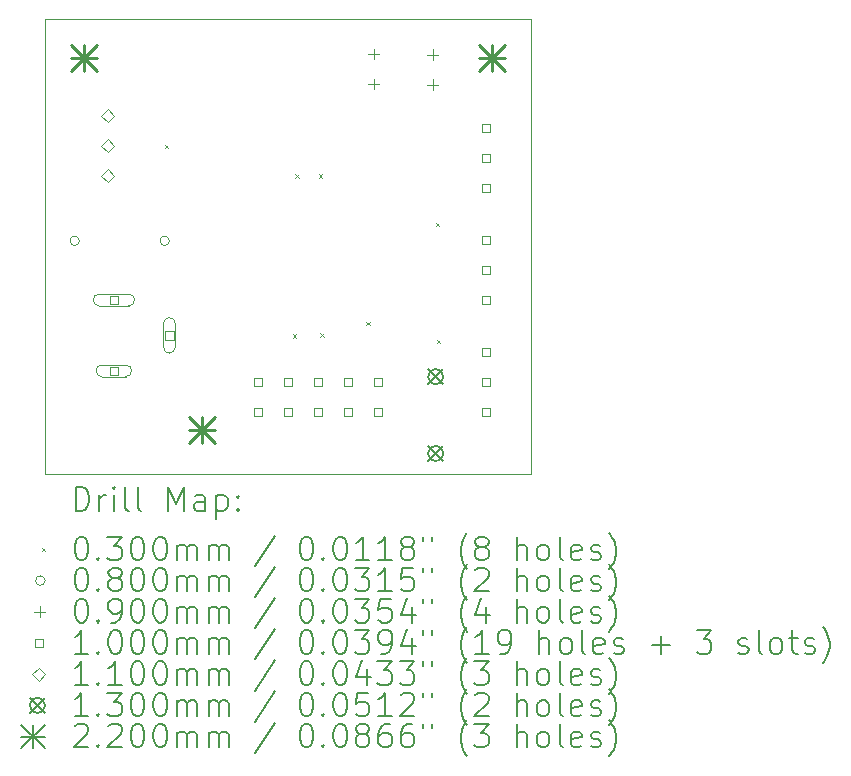
<source format=gbr>
%TF.GenerationSoftware,KiCad,Pcbnew,8.0.6*%
%TF.CreationDate,2024-11-05T10:52:12-07:00*%
%TF.ProjectId,ProjectPCB,50726f6a-6563-4745-9043-422e6b696361,rev?*%
%TF.SameCoordinates,Original*%
%TF.FileFunction,Drillmap*%
%TF.FilePolarity,Positive*%
%FSLAX45Y45*%
G04 Gerber Fmt 4.5, Leading zero omitted, Abs format (unit mm)*
G04 Created by KiCad (PCBNEW 8.0.6) date 2024-11-05 10:52:12*
%MOMM*%
%LPD*%
G01*
G04 APERTURE LIST*
%ADD10C,0.050000*%
%ADD11C,0.200000*%
%ADD12C,0.100000*%
%ADD13C,0.110000*%
%ADD14C,0.130000*%
%ADD15C,0.220000*%
G04 APERTURE END LIST*
D10*
X12020000Y-8220000D02*
X16130000Y-8220000D01*
X16130000Y-12070000D01*
X12020000Y-12070000D01*
X12020000Y-8220000D01*
D11*
D12*
X13030000Y-9285000D02*
X13060000Y-9315000D01*
X13060000Y-9285000D02*
X13030000Y-9315000D01*
X14115000Y-10890000D02*
X14145000Y-10920000D01*
X14145000Y-10890000D02*
X14115000Y-10920000D01*
X14135000Y-9535000D02*
X14165000Y-9565000D01*
X14165000Y-9535000D02*
X14135000Y-9565000D01*
X14335000Y-9535000D02*
X14365000Y-9565000D01*
X14365000Y-9535000D02*
X14335000Y-9565000D01*
X14345000Y-10880000D02*
X14375000Y-10910000D01*
X14375000Y-10880000D02*
X14345000Y-10910000D01*
X14735000Y-10785000D02*
X14765000Y-10815000D01*
X14765000Y-10785000D02*
X14735000Y-10815000D01*
X15325000Y-9945000D02*
X15355000Y-9975000D01*
X15355000Y-9945000D02*
X15325000Y-9975000D01*
X15335000Y-10935000D02*
X15365000Y-10965000D01*
X15365000Y-10935000D02*
X15335000Y-10965000D01*
X12308000Y-10100000D02*
G75*
G02*
X12228000Y-10100000I-40000J0D01*
G01*
X12228000Y-10100000D02*
G75*
G02*
X12308000Y-10100000I40000J0D01*
G01*
X13070000Y-10100000D02*
G75*
G02*
X12990000Y-10100000I-40000J0D01*
G01*
X12990000Y-10100000D02*
G75*
G02*
X13070000Y-10100000I40000J0D01*
G01*
X14800000Y-8473500D02*
X14800000Y-8563500D01*
X14755000Y-8518500D02*
X14845000Y-8518500D01*
X14800000Y-8727500D02*
X14800000Y-8817500D01*
X14755000Y-8772500D02*
X14845000Y-8772500D01*
X15300000Y-8477500D02*
X15300000Y-8567500D01*
X15255000Y-8522500D02*
X15345000Y-8522500D01*
X15300000Y-8731500D02*
X15300000Y-8821500D01*
X15255000Y-8776500D02*
X15345000Y-8776500D01*
X12635356Y-10635356D02*
X12635356Y-10564644D01*
X12564644Y-10564644D01*
X12564644Y-10635356D01*
X12635356Y-10635356D01*
X12725000Y-10550000D02*
X12475000Y-10550000D01*
X12475000Y-10650000D02*
G75*
G02*
X12475000Y-10550000I0J50000D01*
G01*
X12475000Y-10650000D02*
X12725000Y-10650000D01*
X12725000Y-10650000D02*
G75*
G03*
X12725000Y-10550000I0J50000D01*
G01*
X12635356Y-11235356D02*
X12635356Y-11164644D01*
X12564644Y-11164644D01*
X12564644Y-11235356D01*
X12635356Y-11235356D01*
X12700000Y-11150000D02*
X12500000Y-11150000D01*
X12500000Y-11250000D02*
G75*
G02*
X12500000Y-11150000I0J50000D01*
G01*
X12500000Y-11250000D02*
X12700000Y-11250000D01*
X12700000Y-11250000D02*
G75*
G03*
X12700000Y-11150000I0J50000D01*
G01*
X13105356Y-10935356D02*
X13105356Y-10864644D01*
X13034644Y-10864644D01*
X13034644Y-10935356D01*
X13105356Y-10935356D01*
X13020000Y-10800000D02*
X13020000Y-11000000D01*
X13120000Y-11000000D02*
G75*
G02*
X13020000Y-11000000I-50000J0D01*
G01*
X13120000Y-11000000D02*
X13120000Y-10800000D01*
X13120000Y-10800000D02*
G75*
G03*
X13020000Y-10800000I-50000J0D01*
G01*
X13856856Y-11332856D02*
X13856856Y-11262144D01*
X13786144Y-11262144D01*
X13786144Y-11332856D01*
X13856856Y-11332856D01*
X13856856Y-11586856D02*
X13856856Y-11516144D01*
X13786144Y-11516144D01*
X13786144Y-11586856D01*
X13856856Y-11586856D01*
X14110856Y-11332856D02*
X14110856Y-11262144D01*
X14040144Y-11262144D01*
X14040144Y-11332856D01*
X14110856Y-11332856D01*
X14110856Y-11586856D02*
X14110856Y-11516144D01*
X14040144Y-11516144D01*
X14040144Y-11586856D01*
X14110856Y-11586856D01*
X14364856Y-11332856D02*
X14364856Y-11262144D01*
X14294144Y-11262144D01*
X14294144Y-11332856D01*
X14364856Y-11332856D01*
X14364856Y-11586856D02*
X14364856Y-11516144D01*
X14294144Y-11516144D01*
X14294144Y-11586856D01*
X14364856Y-11586856D01*
X14618856Y-11332856D02*
X14618856Y-11262144D01*
X14548144Y-11262144D01*
X14548144Y-11332856D01*
X14618856Y-11332856D01*
X14618856Y-11586856D02*
X14618856Y-11516144D01*
X14548144Y-11516144D01*
X14548144Y-11586856D01*
X14618856Y-11586856D01*
X14872856Y-11332856D02*
X14872856Y-11262144D01*
X14802144Y-11262144D01*
X14802144Y-11332856D01*
X14872856Y-11332856D01*
X14872856Y-11586856D02*
X14872856Y-11516144D01*
X14802144Y-11516144D01*
X14802144Y-11586856D01*
X14872856Y-11586856D01*
X15785356Y-9177356D02*
X15785356Y-9106644D01*
X15714644Y-9106644D01*
X15714644Y-9177356D01*
X15785356Y-9177356D01*
X15785356Y-9431356D02*
X15785356Y-9360644D01*
X15714644Y-9360644D01*
X15714644Y-9431356D01*
X15785356Y-9431356D01*
X15785356Y-9685356D02*
X15785356Y-9614644D01*
X15714644Y-9614644D01*
X15714644Y-9685356D01*
X15785356Y-9685356D01*
X15785356Y-10127356D02*
X15785356Y-10056644D01*
X15714644Y-10056644D01*
X15714644Y-10127356D01*
X15785356Y-10127356D01*
X15785356Y-10381356D02*
X15785356Y-10310644D01*
X15714644Y-10310644D01*
X15714644Y-10381356D01*
X15785356Y-10381356D01*
X15785356Y-10635356D02*
X15785356Y-10564644D01*
X15714644Y-10564644D01*
X15714644Y-10635356D01*
X15785356Y-10635356D01*
X15785356Y-11077356D02*
X15785356Y-11006644D01*
X15714644Y-11006644D01*
X15714644Y-11077356D01*
X15785356Y-11077356D01*
X15785356Y-11331356D02*
X15785356Y-11260644D01*
X15714644Y-11260644D01*
X15714644Y-11331356D01*
X15785356Y-11331356D01*
X15785356Y-11585356D02*
X15785356Y-11514644D01*
X15714644Y-11514644D01*
X15714644Y-11585356D01*
X15785356Y-11585356D01*
D13*
X12550000Y-9097000D02*
X12605000Y-9042000D01*
X12550000Y-8987000D01*
X12495000Y-9042000D01*
X12550000Y-9097000D01*
X12550000Y-9351000D02*
X12605000Y-9296000D01*
X12550000Y-9241000D01*
X12495000Y-9296000D01*
X12550000Y-9351000D01*
X12550000Y-9605000D02*
X12605000Y-9550000D01*
X12550000Y-9495000D01*
X12495000Y-9550000D01*
X12550000Y-9605000D01*
D14*
X15260000Y-11185000D02*
X15390000Y-11315000D01*
X15390000Y-11185000D02*
X15260000Y-11315000D01*
X15390000Y-11250000D02*
G75*
G02*
X15260000Y-11250000I-65000J0D01*
G01*
X15260000Y-11250000D02*
G75*
G02*
X15390000Y-11250000I65000J0D01*
G01*
X15260000Y-11835000D02*
X15390000Y-11965000D01*
X15390000Y-11835000D02*
X15260000Y-11965000D01*
X15390000Y-11900000D02*
G75*
G02*
X15260000Y-11900000I-65000J0D01*
G01*
X15260000Y-11900000D02*
G75*
G02*
X15390000Y-11900000I65000J0D01*
G01*
D15*
X12240000Y-8440000D02*
X12460000Y-8660000D01*
X12460000Y-8440000D02*
X12240000Y-8660000D01*
X12350000Y-8440000D02*
X12350000Y-8660000D01*
X12240000Y-8550000D02*
X12460000Y-8550000D01*
X13240000Y-11590000D02*
X13460000Y-11810000D01*
X13460000Y-11590000D02*
X13240000Y-11810000D01*
X13350000Y-11590000D02*
X13350000Y-11810000D01*
X13240000Y-11700000D02*
X13460000Y-11700000D01*
X15690000Y-8440000D02*
X15910000Y-8660000D01*
X15910000Y-8440000D02*
X15690000Y-8660000D01*
X15800000Y-8440000D02*
X15800000Y-8660000D01*
X15690000Y-8550000D02*
X15910000Y-8550000D01*
D11*
X12278277Y-12383984D02*
X12278277Y-12183984D01*
X12278277Y-12183984D02*
X12325896Y-12183984D01*
X12325896Y-12183984D02*
X12354467Y-12193508D01*
X12354467Y-12193508D02*
X12373515Y-12212555D01*
X12373515Y-12212555D02*
X12383039Y-12231603D01*
X12383039Y-12231603D02*
X12392562Y-12269698D01*
X12392562Y-12269698D02*
X12392562Y-12298269D01*
X12392562Y-12298269D02*
X12383039Y-12336365D01*
X12383039Y-12336365D02*
X12373515Y-12355412D01*
X12373515Y-12355412D02*
X12354467Y-12374460D01*
X12354467Y-12374460D02*
X12325896Y-12383984D01*
X12325896Y-12383984D02*
X12278277Y-12383984D01*
X12478277Y-12383984D02*
X12478277Y-12250650D01*
X12478277Y-12288746D02*
X12487801Y-12269698D01*
X12487801Y-12269698D02*
X12497324Y-12260174D01*
X12497324Y-12260174D02*
X12516372Y-12250650D01*
X12516372Y-12250650D02*
X12535420Y-12250650D01*
X12602086Y-12383984D02*
X12602086Y-12250650D01*
X12602086Y-12183984D02*
X12592562Y-12193508D01*
X12592562Y-12193508D02*
X12602086Y-12203031D01*
X12602086Y-12203031D02*
X12611610Y-12193508D01*
X12611610Y-12193508D02*
X12602086Y-12183984D01*
X12602086Y-12183984D02*
X12602086Y-12203031D01*
X12725896Y-12383984D02*
X12706848Y-12374460D01*
X12706848Y-12374460D02*
X12697324Y-12355412D01*
X12697324Y-12355412D02*
X12697324Y-12183984D01*
X12830658Y-12383984D02*
X12811610Y-12374460D01*
X12811610Y-12374460D02*
X12802086Y-12355412D01*
X12802086Y-12355412D02*
X12802086Y-12183984D01*
X13059229Y-12383984D02*
X13059229Y-12183984D01*
X13059229Y-12183984D02*
X13125896Y-12326841D01*
X13125896Y-12326841D02*
X13192562Y-12183984D01*
X13192562Y-12183984D02*
X13192562Y-12383984D01*
X13373515Y-12383984D02*
X13373515Y-12279222D01*
X13373515Y-12279222D02*
X13363991Y-12260174D01*
X13363991Y-12260174D02*
X13344943Y-12250650D01*
X13344943Y-12250650D02*
X13306848Y-12250650D01*
X13306848Y-12250650D02*
X13287801Y-12260174D01*
X13373515Y-12374460D02*
X13354467Y-12383984D01*
X13354467Y-12383984D02*
X13306848Y-12383984D01*
X13306848Y-12383984D02*
X13287801Y-12374460D01*
X13287801Y-12374460D02*
X13278277Y-12355412D01*
X13278277Y-12355412D02*
X13278277Y-12336365D01*
X13278277Y-12336365D02*
X13287801Y-12317317D01*
X13287801Y-12317317D02*
X13306848Y-12307793D01*
X13306848Y-12307793D02*
X13354467Y-12307793D01*
X13354467Y-12307793D02*
X13373515Y-12298269D01*
X13468753Y-12250650D02*
X13468753Y-12450650D01*
X13468753Y-12260174D02*
X13487801Y-12250650D01*
X13487801Y-12250650D02*
X13525896Y-12250650D01*
X13525896Y-12250650D02*
X13544943Y-12260174D01*
X13544943Y-12260174D02*
X13554467Y-12269698D01*
X13554467Y-12269698D02*
X13563991Y-12288746D01*
X13563991Y-12288746D02*
X13563991Y-12345888D01*
X13563991Y-12345888D02*
X13554467Y-12364936D01*
X13554467Y-12364936D02*
X13544943Y-12374460D01*
X13544943Y-12374460D02*
X13525896Y-12383984D01*
X13525896Y-12383984D02*
X13487801Y-12383984D01*
X13487801Y-12383984D02*
X13468753Y-12374460D01*
X13649705Y-12364936D02*
X13659229Y-12374460D01*
X13659229Y-12374460D02*
X13649705Y-12383984D01*
X13649705Y-12383984D02*
X13640182Y-12374460D01*
X13640182Y-12374460D02*
X13649705Y-12364936D01*
X13649705Y-12364936D02*
X13649705Y-12383984D01*
X13649705Y-12260174D02*
X13659229Y-12269698D01*
X13659229Y-12269698D02*
X13649705Y-12279222D01*
X13649705Y-12279222D02*
X13640182Y-12269698D01*
X13640182Y-12269698D02*
X13649705Y-12260174D01*
X13649705Y-12260174D02*
X13649705Y-12279222D01*
D12*
X11987500Y-12697500D02*
X12017500Y-12727500D01*
X12017500Y-12697500D02*
X11987500Y-12727500D01*
D11*
X12316372Y-12603984D02*
X12335420Y-12603984D01*
X12335420Y-12603984D02*
X12354467Y-12613508D01*
X12354467Y-12613508D02*
X12363991Y-12623031D01*
X12363991Y-12623031D02*
X12373515Y-12642079D01*
X12373515Y-12642079D02*
X12383039Y-12680174D01*
X12383039Y-12680174D02*
X12383039Y-12727793D01*
X12383039Y-12727793D02*
X12373515Y-12765888D01*
X12373515Y-12765888D02*
X12363991Y-12784936D01*
X12363991Y-12784936D02*
X12354467Y-12794460D01*
X12354467Y-12794460D02*
X12335420Y-12803984D01*
X12335420Y-12803984D02*
X12316372Y-12803984D01*
X12316372Y-12803984D02*
X12297324Y-12794460D01*
X12297324Y-12794460D02*
X12287801Y-12784936D01*
X12287801Y-12784936D02*
X12278277Y-12765888D01*
X12278277Y-12765888D02*
X12268753Y-12727793D01*
X12268753Y-12727793D02*
X12268753Y-12680174D01*
X12268753Y-12680174D02*
X12278277Y-12642079D01*
X12278277Y-12642079D02*
X12287801Y-12623031D01*
X12287801Y-12623031D02*
X12297324Y-12613508D01*
X12297324Y-12613508D02*
X12316372Y-12603984D01*
X12468753Y-12784936D02*
X12478277Y-12794460D01*
X12478277Y-12794460D02*
X12468753Y-12803984D01*
X12468753Y-12803984D02*
X12459229Y-12794460D01*
X12459229Y-12794460D02*
X12468753Y-12784936D01*
X12468753Y-12784936D02*
X12468753Y-12803984D01*
X12544943Y-12603984D02*
X12668753Y-12603984D01*
X12668753Y-12603984D02*
X12602086Y-12680174D01*
X12602086Y-12680174D02*
X12630658Y-12680174D01*
X12630658Y-12680174D02*
X12649705Y-12689698D01*
X12649705Y-12689698D02*
X12659229Y-12699222D01*
X12659229Y-12699222D02*
X12668753Y-12718269D01*
X12668753Y-12718269D02*
X12668753Y-12765888D01*
X12668753Y-12765888D02*
X12659229Y-12784936D01*
X12659229Y-12784936D02*
X12649705Y-12794460D01*
X12649705Y-12794460D02*
X12630658Y-12803984D01*
X12630658Y-12803984D02*
X12573515Y-12803984D01*
X12573515Y-12803984D02*
X12554467Y-12794460D01*
X12554467Y-12794460D02*
X12544943Y-12784936D01*
X12792562Y-12603984D02*
X12811610Y-12603984D01*
X12811610Y-12603984D02*
X12830658Y-12613508D01*
X12830658Y-12613508D02*
X12840182Y-12623031D01*
X12840182Y-12623031D02*
X12849705Y-12642079D01*
X12849705Y-12642079D02*
X12859229Y-12680174D01*
X12859229Y-12680174D02*
X12859229Y-12727793D01*
X12859229Y-12727793D02*
X12849705Y-12765888D01*
X12849705Y-12765888D02*
X12840182Y-12784936D01*
X12840182Y-12784936D02*
X12830658Y-12794460D01*
X12830658Y-12794460D02*
X12811610Y-12803984D01*
X12811610Y-12803984D02*
X12792562Y-12803984D01*
X12792562Y-12803984D02*
X12773515Y-12794460D01*
X12773515Y-12794460D02*
X12763991Y-12784936D01*
X12763991Y-12784936D02*
X12754467Y-12765888D01*
X12754467Y-12765888D02*
X12744943Y-12727793D01*
X12744943Y-12727793D02*
X12744943Y-12680174D01*
X12744943Y-12680174D02*
X12754467Y-12642079D01*
X12754467Y-12642079D02*
X12763991Y-12623031D01*
X12763991Y-12623031D02*
X12773515Y-12613508D01*
X12773515Y-12613508D02*
X12792562Y-12603984D01*
X12983039Y-12603984D02*
X13002086Y-12603984D01*
X13002086Y-12603984D02*
X13021134Y-12613508D01*
X13021134Y-12613508D02*
X13030658Y-12623031D01*
X13030658Y-12623031D02*
X13040182Y-12642079D01*
X13040182Y-12642079D02*
X13049705Y-12680174D01*
X13049705Y-12680174D02*
X13049705Y-12727793D01*
X13049705Y-12727793D02*
X13040182Y-12765888D01*
X13040182Y-12765888D02*
X13030658Y-12784936D01*
X13030658Y-12784936D02*
X13021134Y-12794460D01*
X13021134Y-12794460D02*
X13002086Y-12803984D01*
X13002086Y-12803984D02*
X12983039Y-12803984D01*
X12983039Y-12803984D02*
X12963991Y-12794460D01*
X12963991Y-12794460D02*
X12954467Y-12784936D01*
X12954467Y-12784936D02*
X12944943Y-12765888D01*
X12944943Y-12765888D02*
X12935420Y-12727793D01*
X12935420Y-12727793D02*
X12935420Y-12680174D01*
X12935420Y-12680174D02*
X12944943Y-12642079D01*
X12944943Y-12642079D02*
X12954467Y-12623031D01*
X12954467Y-12623031D02*
X12963991Y-12613508D01*
X12963991Y-12613508D02*
X12983039Y-12603984D01*
X13135420Y-12803984D02*
X13135420Y-12670650D01*
X13135420Y-12689698D02*
X13144943Y-12680174D01*
X13144943Y-12680174D02*
X13163991Y-12670650D01*
X13163991Y-12670650D02*
X13192563Y-12670650D01*
X13192563Y-12670650D02*
X13211610Y-12680174D01*
X13211610Y-12680174D02*
X13221134Y-12699222D01*
X13221134Y-12699222D02*
X13221134Y-12803984D01*
X13221134Y-12699222D02*
X13230658Y-12680174D01*
X13230658Y-12680174D02*
X13249705Y-12670650D01*
X13249705Y-12670650D02*
X13278277Y-12670650D01*
X13278277Y-12670650D02*
X13297324Y-12680174D01*
X13297324Y-12680174D02*
X13306848Y-12699222D01*
X13306848Y-12699222D02*
X13306848Y-12803984D01*
X13402086Y-12803984D02*
X13402086Y-12670650D01*
X13402086Y-12689698D02*
X13411610Y-12680174D01*
X13411610Y-12680174D02*
X13430658Y-12670650D01*
X13430658Y-12670650D02*
X13459229Y-12670650D01*
X13459229Y-12670650D02*
X13478277Y-12680174D01*
X13478277Y-12680174D02*
X13487801Y-12699222D01*
X13487801Y-12699222D02*
X13487801Y-12803984D01*
X13487801Y-12699222D02*
X13497324Y-12680174D01*
X13497324Y-12680174D02*
X13516372Y-12670650D01*
X13516372Y-12670650D02*
X13544943Y-12670650D01*
X13544943Y-12670650D02*
X13563991Y-12680174D01*
X13563991Y-12680174D02*
X13573515Y-12699222D01*
X13573515Y-12699222D02*
X13573515Y-12803984D01*
X13963991Y-12594460D02*
X13792563Y-12851603D01*
X14221134Y-12603984D02*
X14240182Y-12603984D01*
X14240182Y-12603984D02*
X14259229Y-12613508D01*
X14259229Y-12613508D02*
X14268753Y-12623031D01*
X14268753Y-12623031D02*
X14278277Y-12642079D01*
X14278277Y-12642079D02*
X14287801Y-12680174D01*
X14287801Y-12680174D02*
X14287801Y-12727793D01*
X14287801Y-12727793D02*
X14278277Y-12765888D01*
X14278277Y-12765888D02*
X14268753Y-12784936D01*
X14268753Y-12784936D02*
X14259229Y-12794460D01*
X14259229Y-12794460D02*
X14240182Y-12803984D01*
X14240182Y-12803984D02*
X14221134Y-12803984D01*
X14221134Y-12803984D02*
X14202086Y-12794460D01*
X14202086Y-12794460D02*
X14192563Y-12784936D01*
X14192563Y-12784936D02*
X14183039Y-12765888D01*
X14183039Y-12765888D02*
X14173515Y-12727793D01*
X14173515Y-12727793D02*
X14173515Y-12680174D01*
X14173515Y-12680174D02*
X14183039Y-12642079D01*
X14183039Y-12642079D02*
X14192563Y-12623031D01*
X14192563Y-12623031D02*
X14202086Y-12613508D01*
X14202086Y-12613508D02*
X14221134Y-12603984D01*
X14373515Y-12784936D02*
X14383039Y-12794460D01*
X14383039Y-12794460D02*
X14373515Y-12803984D01*
X14373515Y-12803984D02*
X14363991Y-12794460D01*
X14363991Y-12794460D02*
X14373515Y-12784936D01*
X14373515Y-12784936D02*
X14373515Y-12803984D01*
X14506848Y-12603984D02*
X14525896Y-12603984D01*
X14525896Y-12603984D02*
X14544944Y-12613508D01*
X14544944Y-12613508D02*
X14554467Y-12623031D01*
X14554467Y-12623031D02*
X14563991Y-12642079D01*
X14563991Y-12642079D02*
X14573515Y-12680174D01*
X14573515Y-12680174D02*
X14573515Y-12727793D01*
X14573515Y-12727793D02*
X14563991Y-12765888D01*
X14563991Y-12765888D02*
X14554467Y-12784936D01*
X14554467Y-12784936D02*
X14544944Y-12794460D01*
X14544944Y-12794460D02*
X14525896Y-12803984D01*
X14525896Y-12803984D02*
X14506848Y-12803984D01*
X14506848Y-12803984D02*
X14487801Y-12794460D01*
X14487801Y-12794460D02*
X14478277Y-12784936D01*
X14478277Y-12784936D02*
X14468753Y-12765888D01*
X14468753Y-12765888D02*
X14459229Y-12727793D01*
X14459229Y-12727793D02*
X14459229Y-12680174D01*
X14459229Y-12680174D02*
X14468753Y-12642079D01*
X14468753Y-12642079D02*
X14478277Y-12623031D01*
X14478277Y-12623031D02*
X14487801Y-12613508D01*
X14487801Y-12613508D02*
X14506848Y-12603984D01*
X14763991Y-12803984D02*
X14649706Y-12803984D01*
X14706848Y-12803984D02*
X14706848Y-12603984D01*
X14706848Y-12603984D02*
X14687801Y-12632555D01*
X14687801Y-12632555D02*
X14668753Y-12651603D01*
X14668753Y-12651603D02*
X14649706Y-12661127D01*
X14954467Y-12803984D02*
X14840182Y-12803984D01*
X14897325Y-12803984D02*
X14897325Y-12603984D01*
X14897325Y-12603984D02*
X14878277Y-12632555D01*
X14878277Y-12632555D02*
X14859229Y-12651603D01*
X14859229Y-12651603D02*
X14840182Y-12661127D01*
X15068753Y-12689698D02*
X15049706Y-12680174D01*
X15049706Y-12680174D02*
X15040182Y-12670650D01*
X15040182Y-12670650D02*
X15030658Y-12651603D01*
X15030658Y-12651603D02*
X15030658Y-12642079D01*
X15030658Y-12642079D02*
X15040182Y-12623031D01*
X15040182Y-12623031D02*
X15049706Y-12613508D01*
X15049706Y-12613508D02*
X15068753Y-12603984D01*
X15068753Y-12603984D02*
X15106848Y-12603984D01*
X15106848Y-12603984D02*
X15125896Y-12613508D01*
X15125896Y-12613508D02*
X15135420Y-12623031D01*
X15135420Y-12623031D02*
X15144944Y-12642079D01*
X15144944Y-12642079D02*
X15144944Y-12651603D01*
X15144944Y-12651603D02*
X15135420Y-12670650D01*
X15135420Y-12670650D02*
X15125896Y-12680174D01*
X15125896Y-12680174D02*
X15106848Y-12689698D01*
X15106848Y-12689698D02*
X15068753Y-12689698D01*
X15068753Y-12689698D02*
X15049706Y-12699222D01*
X15049706Y-12699222D02*
X15040182Y-12708746D01*
X15040182Y-12708746D02*
X15030658Y-12727793D01*
X15030658Y-12727793D02*
X15030658Y-12765888D01*
X15030658Y-12765888D02*
X15040182Y-12784936D01*
X15040182Y-12784936D02*
X15049706Y-12794460D01*
X15049706Y-12794460D02*
X15068753Y-12803984D01*
X15068753Y-12803984D02*
X15106848Y-12803984D01*
X15106848Y-12803984D02*
X15125896Y-12794460D01*
X15125896Y-12794460D02*
X15135420Y-12784936D01*
X15135420Y-12784936D02*
X15144944Y-12765888D01*
X15144944Y-12765888D02*
X15144944Y-12727793D01*
X15144944Y-12727793D02*
X15135420Y-12708746D01*
X15135420Y-12708746D02*
X15125896Y-12699222D01*
X15125896Y-12699222D02*
X15106848Y-12689698D01*
X15221134Y-12603984D02*
X15221134Y-12642079D01*
X15297325Y-12603984D02*
X15297325Y-12642079D01*
X15592563Y-12880174D02*
X15583039Y-12870650D01*
X15583039Y-12870650D02*
X15563991Y-12842079D01*
X15563991Y-12842079D02*
X15554468Y-12823031D01*
X15554468Y-12823031D02*
X15544944Y-12794460D01*
X15544944Y-12794460D02*
X15535420Y-12746841D01*
X15535420Y-12746841D02*
X15535420Y-12708746D01*
X15535420Y-12708746D02*
X15544944Y-12661127D01*
X15544944Y-12661127D02*
X15554468Y-12632555D01*
X15554468Y-12632555D02*
X15563991Y-12613508D01*
X15563991Y-12613508D02*
X15583039Y-12584936D01*
X15583039Y-12584936D02*
X15592563Y-12575412D01*
X15697325Y-12689698D02*
X15678277Y-12680174D01*
X15678277Y-12680174D02*
X15668753Y-12670650D01*
X15668753Y-12670650D02*
X15659229Y-12651603D01*
X15659229Y-12651603D02*
X15659229Y-12642079D01*
X15659229Y-12642079D02*
X15668753Y-12623031D01*
X15668753Y-12623031D02*
X15678277Y-12613508D01*
X15678277Y-12613508D02*
X15697325Y-12603984D01*
X15697325Y-12603984D02*
X15735420Y-12603984D01*
X15735420Y-12603984D02*
X15754468Y-12613508D01*
X15754468Y-12613508D02*
X15763991Y-12623031D01*
X15763991Y-12623031D02*
X15773515Y-12642079D01*
X15773515Y-12642079D02*
X15773515Y-12651603D01*
X15773515Y-12651603D02*
X15763991Y-12670650D01*
X15763991Y-12670650D02*
X15754468Y-12680174D01*
X15754468Y-12680174D02*
X15735420Y-12689698D01*
X15735420Y-12689698D02*
X15697325Y-12689698D01*
X15697325Y-12689698D02*
X15678277Y-12699222D01*
X15678277Y-12699222D02*
X15668753Y-12708746D01*
X15668753Y-12708746D02*
X15659229Y-12727793D01*
X15659229Y-12727793D02*
X15659229Y-12765888D01*
X15659229Y-12765888D02*
X15668753Y-12784936D01*
X15668753Y-12784936D02*
X15678277Y-12794460D01*
X15678277Y-12794460D02*
X15697325Y-12803984D01*
X15697325Y-12803984D02*
X15735420Y-12803984D01*
X15735420Y-12803984D02*
X15754468Y-12794460D01*
X15754468Y-12794460D02*
X15763991Y-12784936D01*
X15763991Y-12784936D02*
X15773515Y-12765888D01*
X15773515Y-12765888D02*
X15773515Y-12727793D01*
X15773515Y-12727793D02*
X15763991Y-12708746D01*
X15763991Y-12708746D02*
X15754468Y-12699222D01*
X15754468Y-12699222D02*
X15735420Y-12689698D01*
X16011610Y-12803984D02*
X16011610Y-12603984D01*
X16097325Y-12803984D02*
X16097325Y-12699222D01*
X16097325Y-12699222D02*
X16087801Y-12680174D01*
X16087801Y-12680174D02*
X16068753Y-12670650D01*
X16068753Y-12670650D02*
X16040182Y-12670650D01*
X16040182Y-12670650D02*
X16021134Y-12680174D01*
X16021134Y-12680174D02*
X16011610Y-12689698D01*
X16221134Y-12803984D02*
X16202087Y-12794460D01*
X16202087Y-12794460D02*
X16192563Y-12784936D01*
X16192563Y-12784936D02*
X16183039Y-12765888D01*
X16183039Y-12765888D02*
X16183039Y-12708746D01*
X16183039Y-12708746D02*
X16192563Y-12689698D01*
X16192563Y-12689698D02*
X16202087Y-12680174D01*
X16202087Y-12680174D02*
X16221134Y-12670650D01*
X16221134Y-12670650D02*
X16249706Y-12670650D01*
X16249706Y-12670650D02*
X16268753Y-12680174D01*
X16268753Y-12680174D02*
X16278277Y-12689698D01*
X16278277Y-12689698D02*
X16287801Y-12708746D01*
X16287801Y-12708746D02*
X16287801Y-12765888D01*
X16287801Y-12765888D02*
X16278277Y-12784936D01*
X16278277Y-12784936D02*
X16268753Y-12794460D01*
X16268753Y-12794460D02*
X16249706Y-12803984D01*
X16249706Y-12803984D02*
X16221134Y-12803984D01*
X16402087Y-12803984D02*
X16383039Y-12794460D01*
X16383039Y-12794460D02*
X16373515Y-12775412D01*
X16373515Y-12775412D02*
X16373515Y-12603984D01*
X16554468Y-12794460D02*
X16535420Y-12803984D01*
X16535420Y-12803984D02*
X16497325Y-12803984D01*
X16497325Y-12803984D02*
X16478277Y-12794460D01*
X16478277Y-12794460D02*
X16468753Y-12775412D01*
X16468753Y-12775412D02*
X16468753Y-12699222D01*
X16468753Y-12699222D02*
X16478277Y-12680174D01*
X16478277Y-12680174D02*
X16497325Y-12670650D01*
X16497325Y-12670650D02*
X16535420Y-12670650D01*
X16535420Y-12670650D02*
X16554468Y-12680174D01*
X16554468Y-12680174D02*
X16563991Y-12699222D01*
X16563991Y-12699222D02*
X16563991Y-12718269D01*
X16563991Y-12718269D02*
X16468753Y-12737317D01*
X16640182Y-12794460D02*
X16659230Y-12803984D01*
X16659230Y-12803984D02*
X16697325Y-12803984D01*
X16697325Y-12803984D02*
X16716372Y-12794460D01*
X16716372Y-12794460D02*
X16725896Y-12775412D01*
X16725896Y-12775412D02*
X16725896Y-12765888D01*
X16725896Y-12765888D02*
X16716372Y-12746841D01*
X16716372Y-12746841D02*
X16697325Y-12737317D01*
X16697325Y-12737317D02*
X16668753Y-12737317D01*
X16668753Y-12737317D02*
X16649706Y-12727793D01*
X16649706Y-12727793D02*
X16640182Y-12708746D01*
X16640182Y-12708746D02*
X16640182Y-12699222D01*
X16640182Y-12699222D02*
X16649706Y-12680174D01*
X16649706Y-12680174D02*
X16668753Y-12670650D01*
X16668753Y-12670650D02*
X16697325Y-12670650D01*
X16697325Y-12670650D02*
X16716372Y-12680174D01*
X16792563Y-12880174D02*
X16802087Y-12870650D01*
X16802087Y-12870650D02*
X16821134Y-12842079D01*
X16821134Y-12842079D02*
X16830658Y-12823031D01*
X16830658Y-12823031D02*
X16840182Y-12794460D01*
X16840182Y-12794460D02*
X16849706Y-12746841D01*
X16849706Y-12746841D02*
X16849706Y-12708746D01*
X16849706Y-12708746D02*
X16840182Y-12661127D01*
X16840182Y-12661127D02*
X16830658Y-12632555D01*
X16830658Y-12632555D02*
X16821134Y-12613508D01*
X16821134Y-12613508D02*
X16802087Y-12584936D01*
X16802087Y-12584936D02*
X16792563Y-12575412D01*
D12*
X12017500Y-12976500D02*
G75*
G02*
X11937500Y-12976500I-40000J0D01*
G01*
X11937500Y-12976500D02*
G75*
G02*
X12017500Y-12976500I40000J0D01*
G01*
D11*
X12316372Y-12867984D02*
X12335420Y-12867984D01*
X12335420Y-12867984D02*
X12354467Y-12877508D01*
X12354467Y-12877508D02*
X12363991Y-12887031D01*
X12363991Y-12887031D02*
X12373515Y-12906079D01*
X12373515Y-12906079D02*
X12383039Y-12944174D01*
X12383039Y-12944174D02*
X12383039Y-12991793D01*
X12383039Y-12991793D02*
X12373515Y-13029888D01*
X12373515Y-13029888D02*
X12363991Y-13048936D01*
X12363991Y-13048936D02*
X12354467Y-13058460D01*
X12354467Y-13058460D02*
X12335420Y-13067984D01*
X12335420Y-13067984D02*
X12316372Y-13067984D01*
X12316372Y-13067984D02*
X12297324Y-13058460D01*
X12297324Y-13058460D02*
X12287801Y-13048936D01*
X12287801Y-13048936D02*
X12278277Y-13029888D01*
X12278277Y-13029888D02*
X12268753Y-12991793D01*
X12268753Y-12991793D02*
X12268753Y-12944174D01*
X12268753Y-12944174D02*
X12278277Y-12906079D01*
X12278277Y-12906079D02*
X12287801Y-12887031D01*
X12287801Y-12887031D02*
X12297324Y-12877508D01*
X12297324Y-12877508D02*
X12316372Y-12867984D01*
X12468753Y-13048936D02*
X12478277Y-13058460D01*
X12478277Y-13058460D02*
X12468753Y-13067984D01*
X12468753Y-13067984D02*
X12459229Y-13058460D01*
X12459229Y-13058460D02*
X12468753Y-13048936D01*
X12468753Y-13048936D02*
X12468753Y-13067984D01*
X12592562Y-12953698D02*
X12573515Y-12944174D01*
X12573515Y-12944174D02*
X12563991Y-12934650D01*
X12563991Y-12934650D02*
X12554467Y-12915603D01*
X12554467Y-12915603D02*
X12554467Y-12906079D01*
X12554467Y-12906079D02*
X12563991Y-12887031D01*
X12563991Y-12887031D02*
X12573515Y-12877508D01*
X12573515Y-12877508D02*
X12592562Y-12867984D01*
X12592562Y-12867984D02*
X12630658Y-12867984D01*
X12630658Y-12867984D02*
X12649705Y-12877508D01*
X12649705Y-12877508D02*
X12659229Y-12887031D01*
X12659229Y-12887031D02*
X12668753Y-12906079D01*
X12668753Y-12906079D02*
X12668753Y-12915603D01*
X12668753Y-12915603D02*
X12659229Y-12934650D01*
X12659229Y-12934650D02*
X12649705Y-12944174D01*
X12649705Y-12944174D02*
X12630658Y-12953698D01*
X12630658Y-12953698D02*
X12592562Y-12953698D01*
X12592562Y-12953698D02*
X12573515Y-12963222D01*
X12573515Y-12963222D02*
X12563991Y-12972746D01*
X12563991Y-12972746D02*
X12554467Y-12991793D01*
X12554467Y-12991793D02*
X12554467Y-13029888D01*
X12554467Y-13029888D02*
X12563991Y-13048936D01*
X12563991Y-13048936D02*
X12573515Y-13058460D01*
X12573515Y-13058460D02*
X12592562Y-13067984D01*
X12592562Y-13067984D02*
X12630658Y-13067984D01*
X12630658Y-13067984D02*
X12649705Y-13058460D01*
X12649705Y-13058460D02*
X12659229Y-13048936D01*
X12659229Y-13048936D02*
X12668753Y-13029888D01*
X12668753Y-13029888D02*
X12668753Y-12991793D01*
X12668753Y-12991793D02*
X12659229Y-12972746D01*
X12659229Y-12972746D02*
X12649705Y-12963222D01*
X12649705Y-12963222D02*
X12630658Y-12953698D01*
X12792562Y-12867984D02*
X12811610Y-12867984D01*
X12811610Y-12867984D02*
X12830658Y-12877508D01*
X12830658Y-12877508D02*
X12840182Y-12887031D01*
X12840182Y-12887031D02*
X12849705Y-12906079D01*
X12849705Y-12906079D02*
X12859229Y-12944174D01*
X12859229Y-12944174D02*
X12859229Y-12991793D01*
X12859229Y-12991793D02*
X12849705Y-13029888D01*
X12849705Y-13029888D02*
X12840182Y-13048936D01*
X12840182Y-13048936D02*
X12830658Y-13058460D01*
X12830658Y-13058460D02*
X12811610Y-13067984D01*
X12811610Y-13067984D02*
X12792562Y-13067984D01*
X12792562Y-13067984D02*
X12773515Y-13058460D01*
X12773515Y-13058460D02*
X12763991Y-13048936D01*
X12763991Y-13048936D02*
X12754467Y-13029888D01*
X12754467Y-13029888D02*
X12744943Y-12991793D01*
X12744943Y-12991793D02*
X12744943Y-12944174D01*
X12744943Y-12944174D02*
X12754467Y-12906079D01*
X12754467Y-12906079D02*
X12763991Y-12887031D01*
X12763991Y-12887031D02*
X12773515Y-12877508D01*
X12773515Y-12877508D02*
X12792562Y-12867984D01*
X12983039Y-12867984D02*
X13002086Y-12867984D01*
X13002086Y-12867984D02*
X13021134Y-12877508D01*
X13021134Y-12877508D02*
X13030658Y-12887031D01*
X13030658Y-12887031D02*
X13040182Y-12906079D01*
X13040182Y-12906079D02*
X13049705Y-12944174D01*
X13049705Y-12944174D02*
X13049705Y-12991793D01*
X13049705Y-12991793D02*
X13040182Y-13029888D01*
X13040182Y-13029888D02*
X13030658Y-13048936D01*
X13030658Y-13048936D02*
X13021134Y-13058460D01*
X13021134Y-13058460D02*
X13002086Y-13067984D01*
X13002086Y-13067984D02*
X12983039Y-13067984D01*
X12983039Y-13067984D02*
X12963991Y-13058460D01*
X12963991Y-13058460D02*
X12954467Y-13048936D01*
X12954467Y-13048936D02*
X12944943Y-13029888D01*
X12944943Y-13029888D02*
X12935420Y-12991793D01*
X12935420Y-12991793D02*
X12935420Y-12944174D01*
X12935420Y-12944174D02*
X12944943Y-12906079D01*
X12944943Y-12906079D02*
X12954467Y-12887031D01*
X12954467Y-12887031D02*
X12963991Y-12877508D01*
X12963991Y-12877508D02*
X12983039Y-12867984D01*
X13135420Y-13067984D02*
X13135420Y-12934650D01*
X13135420Y-12953698D02*
X13144943Y-12944174D01*
X13144943Y-12944174D02*
X13163991Y-12934650D01*
X13163991Y-12934650D02*
X13192563Y-12934650D01*
X13192563Y-12934650D02*
X13211610Y-12944174D01*
X13211610Y-12944174D02*
X13221134Y-12963222D01*
X13221134Y-12963222D02*
X13221134Y-13067984D01*
X13221134Y-12963222D02*
X13230658Y-12944174D01*
X13230658Y-12944174D02*
X13249705Y-12934650D01*
X13249705Y-12934650D02*
X13278277Y-12934650D01*
X13278277Y-12934650D02*
X13297324Y-12944174D01*
X13297324Y-12944174D02*
X13306848Y-12963222D01*
X13306848Y-12963222D02*
X13306848Y-13067984D01*
X13402086Y-13067984D02*
X13402086Y-12934650D01*
X13402086Y-12953698D02*
X13411610Y-12944174D01*
X13411610Y-12944174D02*
X13430658Y-12934650D01*
X13430658Y-12934650D02*
X13459229Y-12934650D01*
X13459229Y-12934650D02*
X13478277Y-12944174D01*
X13478277Y-12944174D02*
X13487801Y-12963222D01*
X13487801Y-12963222D02*
X13487801Y-13067984D01*
X13487801Y-12963222D02*
X13497324Y-12944174D01*
X13497324Y-12944174D02*
X13516372Y-12934650D01*
X13516372Y-12934650D02*
X13544943Y-12934650D01*
X13544943Y-12934650D02*
X13563991Y-12944174D01*
X13563991Y-12944174D02*
X13573515Y-12963222D01*
X13573515Y-12963222D02*
X13573515Y-13067984D01*
X13963991Y-12858460D02*
X13792563Y-13115603D01*
X14221134Y-12867984D02*
X14240182Y-12867984D01*
X14240182Y-12867984D02*
X14259229Y-12877508D01*
X14259229Y-12877508D02*
X14268753Y-12887031D01*
X14268753Y-12887031D02*
X14278277Y-12906079D01*
X14278277Y-12906079D02*
X14287801Y-12944174D01*
X14287801Y-12944174D02*
X14287801Y-12991793D01*
X14287801Y-12991793D02*
X14278277Y-13029888D01*
X14278277Y-13029888D02*
X14268753Y-13048936D01*
X14268753Y-13048936D02*
X14259229Y-13058460D01*
X14259229Y-13058460D02*
X14240182Y-13067984D01*
X14240182Y-13067984D02*
X14221134Y-13067984D01*
X14221134Y-13067984D02*
X14202086Y-13058460D01*
X14202086Y-13058460D02*
X14192563Y-13048936D01*
X14192563Y-13048936D02*
X14183039Y-13029888D01*
X14183039Y-13029888D02*
X14173515Y-12991793D01*
X14173515Y-12991793D02*
X14173515Y-12944174D01*
X14173515Y-12944174D02*
X14183039Y-12906079D01*
X14183039Y-12906079D02*
X14192563Y-12887031D01*
X14192563Y-12887031D02*
X14202086Y-12877508D01*
X14202086Y-12877508D02*
X14221134Y-12867984D01*
X14373515Y-13048936D02*
X14383039Y-13058460D01*
X14383039Y-13058460D02*
X14373515Y-13067984D01*
X14373515Y-13067984D02*
X14363991Y-13058460D01*
X14363991Y-13058460D02*
X14373515Y-13048936D01*
X14373515Y-13048936D02*
X14373515Y-13067984D01*
X14506848Y-12867984D02*
X14525896Y-12867984D01*
X14525896Y-12867984D02*
X14544944Y-12877508D01*
X14544944Y-12877508D02*
X14554467Y-12887031D01*
X14554467Y-12887031D02*
X14563991Y-12906079D01*
X14563991Y-12906079D02*
X14573515Y-12944174D01*
X14573515Y-12944174D02*
X14573515Y-12991793D01*
X14573515Y-12991793D02*
X14563991Y-13029888D01*
X14563991Y-13029888D02*
X14554467Y-13048936D01*
X14554467Y-13048936D02*
X14544944Y-13058460D01*
X14544944Y-13058460D02*
X14525896Y-13067984D01*
X14525896Y-13067984D02*
X14506848Y-13067984D01*
X14506848Y-13067984D02*
X14487801Y-13058460D01*
X14487801Y-13058460D02*
X14478277Y-13048936D01*
X14478277Y-13048936D02*
X14468753Y-13029888D01*
X14468753Y-13029888D02*
X14459229Y-12991793D01*
X14459229Y-12991793D02*
X14459229Y-12944174D01*
X14459229Y-12944174D02*
X14468753Y-12906079D01*
X14468753Y-12906079D02*
X14478277Y-12887031D01*
X14478277Y-12887031D02*
X14487801Y-12877508D01*
X14487801Y-12877508D02*
X14506848Y-12867984D01*
X14640182Y-12867984D02*
X14763991Y-12867984D01*
X14763991Y-12867984D02*
X14697325Y-12944174D01*
X14697325Y-12944174D02*
X14725896Y-12944174D01*
X14725896Y-12944174D02*
X14744944Y-12953698D01*
X14744944Y-12953698D02*
X14754467Y-12963222D01*
X14754467Y-12963222D02*
X14763991Y-12982269D01*
X14763991Y-12982269D02*
X14763991Y-13029888D01*
X14763991Y-13029888D02*
X14754467Y-13048936D01*
X14754467Y-13048936D02*
X14744944Y-13058460D01*
X14744944Y-13058460D02*
X14725896Y-13067984D01*
X14725896Y-13067984D02*
X14668753Y-13067984D01*
X14668753Y-13067984D02*
X14649706Y-13058460D01*
X14649706Y-13058460D02*
X14640182Y-13048936D01*
X14954467Y-13067984D02*
X14840182Y-13067984D01*
X14897325Y-13067984D02*
X14897325Y-12867984D01*
X14897325Y-12867984D02*
X14878277Y-12896555D01*
X14878277Y-12896555D02*
X14859229Y-12915603D01*
X14859229Y-12915603D02*
X14840182Y-12925127D01*
X15135420Y-12867984D02*
X15040182Y-12867984D01*
X15040182Y-12867984D02*
X15030658Y-12963222D01*
X15030658Y-12963222D02*
X15040182Y-12953698D01*
X15040182Y-12953698D02*
X15059229Y-12944174D01*
X15059229Y-12944174D02*
X15106848Y-12944174D01*
X15106848Y-12944174D02*
X15125896Y-12953698D01*
X15125896Y-12953698D02*
X15135420Y-12963222D01*
X15135420Y-12963222D02*
X15144944Y-12982269D01*
X15144944Y-12982269D02*
X15144944Y-13029888D01*
X15144944Y-13029888D02*
X15135420Y-13048936D01*
X15135420Y-13048936D02*
X15125896Y-13058460D01*
X15125896Y-13058460D02*
X15106848Y-13067984D01*
X15106848Y-13067984D02*
X15059229Y-13067984D01*
X15059229Y-13067984D02*
X15040182Y-13058460D01*
X15040182Y-13058460D02*
X15030658Y-13048936D01*
X15221134Y-12867984D02*
X15221134Y-12906079D01*
X15297325Y-12867984D02*
X15297325Y-12906079D01*
X15592563Y-13144174D02*
X15583039Y-13134650D01*
X15583039Y-13134650D02*
X15563991Y-13106079D01*
X15563991Y-13106079D02*
X15554468Y-13087031D01*
X15554468Y-13087031D02*
X15544944Y-13058460D01*
X15544944Y-13058460D02*
X15535420Y-13010841D01*
X15535420Y-13010841D02*
X15535420Y-12972746D01*
X15535420Y-12972746D02*
X15544944Y-12925127D01*
X15544944Y-12925127D02*
X15554468Y-12896555D01*
X15554468Y-12896555D02*
X15563991Y-12877508D01*
X15563991Y-12877508D02*
X15583039Y-12848936D01*
X15583039Y-12848936D02*
X15592563Y-12839412D01*
X15659229Y-12887031D02*
X15668753Y-12877508D01*
X15668753Y-12877508D02*
X15687801Y-12867984D01*
X15687801Y-12867984D02*
X15735420Y-12867984D01*
X15735420Y-12867984D02*
X15754468Y-12877508D01*
X15754468Y-12877508D02*
X15763991Y-12887031D01*
X15763991Y-12887031D02*
X15773515Y-12906079D01*
X15773515Y-12906079D02*
X15773515Y-12925127D01*
X15773515Y-12925127D02*
X15763991Y-12953698D01*
X15763991Y-12953698D02*
X15649706Y-13067984D01*
X15649706Y-13067984D02*
X15773515Y-13067984D01*
X16011610Y-13067984D02*
X16011610Y-12867984D01*
X16097325Y-13067984D02*
X16097325Y-12963222D01*
X16097325Y-12963222D02*
X16087801Y-12944174D01*
X16087801Y-12944174D02*
X16068753Y-12934650D01*
X16068753Y-12934650D02*
X16040182Y-12934650D01*
X16040182Y-12934650D02*
X16021134Y-12944174D01*
X16021134Y-12944174D02*
X16011610Y-12953698D01*
X16221134Y-13067984D02*
X16202087Y-13058460D01*
X16202087Y-13058460D02*
X16192563Y-13048936D01*
X16192563Y-13048936D02*
X16183039Y-13029888D01*
X16183039Y-13029888D02*
X16183039Y-12972746D01*
X16183039Y-12972746D02*
X16192563Y-12953698D01*
X16192563Y-12953698D02*
X16202087Y-12944174D01*
X16202087Y-12944174D02*
X16221134Y-12934650D01*
X16221134Y-12934650D02*
X16249706Y-12934650D01*
X16249706Y-12934650D02*
X16268753Y-12944174D01*
X16268753Y-12944174D02*
X16278277Y-12953698D01*
X16278277Y-12953698D02*
X16287801Y-12972746D01*
X16287801Y-12972746D02*
X16287801Y-13029888D01*
X16287801Y-13029888D02*
X16278277Y-13048936D01*
X16278277Y-13048936D02*
X16268753Y-13058460D01*
X16268753Y-13058460D02*
X16249706Y-13067984D01*
X16249706Y-13067984D02*
X16221134Y-13067984D01*
X16402087Y-13067984D02*
X16383039Y-13058460D01*
X16383039Y-13058460D02*
X16373515Y-13039412D01*
X16373515Y-13039412D02*
X16373515Y-12867984D01*
X16554468Y-13058460D02*
X16535420Y-13067984D01*
X16535420Y-13067984D02*
X16497325Y-13067984D01*
X16497325Y-13067984D02*
X16478277Y-13058460D01*
X16478277Y-13058460D02*
X16468753Y-13039412D01*
X16468753Y-13039412D02*
X16468753Y-12963222D01*
X16468753Y-12963222D02*
X16478277Y-12944174D01*
X16478277Y-12944174D02*
X16497325Y-12934650D01*
X16497325Y-12934650D02*
X16535420Y-12934650D01*
X16535420Y-12934650D02*
X16554468Y-12944174D01*
X16554468Y-12944174D02*
X16563991Y-12963222D01*
X16563991Y-12963222D02*
X16563991Y-12982269D01*
X16563991Y-12982269D02*
X16468753Y-13001317D01*
X16640182Y-13058460D02*
X16659230Y-13067984D01*
X16659230Y-13067984D02*
X16697325Y-13067984D01*
X16697325Y-13067984D02*
X16716372Y-13058460D01*
X16716372Y-13058460D02*
X16725896Y-13039412D01*
X16725896Y-13039412D02*
X16725896Y-13029888D01*
X16725896Y-13029888D02*
X16716372Y-13010841D01*
X16716372Y-13010841D02*
X16697325Y-13001317D01*
X16697325Y-13001317D02*
X16668753Y-13001317D01*
X16668753Y-13001317D02*
X16649706Y-12991793D01*
X16649706Y-12991793D02*
X16640182Y-12972746D01*
X16640182Y-12972746D02*
X16640182Y-12963222D01*
X16640182Y-12963222D02*
X16649706Y-12944174D01*
X16649706Y-12944174D02*
X16668753Y-12934650D01*
X16668753Y-12934650D02*
X16697325Y-12934650D01*
X16697325Y-12934650D02*
X16716372Y-12944174D01*
X16792563Y-13144174D02*
X16802087Y-13134650D01*
X16802087Y-13134650D02*
X16821134Y-13106079D01*
X16821134Y-13106079D02*
X16830658Y-13087031D01*
X16830658Y-13087031D02*
X16840182Y-13058460D01*
X16840182Y-13058460D02*
X16849706Y-13010841D01*
X16849706Y-13010841D02*
X16849706Y-12972746D01*
X16849706Y-12972746D02*
X16840182Y-12925127D01*
X16840182Y-12925127D02*
X16830658Y-12896555D01*
X16830658Y-12896555D02*
X16821134Y-12877508D01*
X16821134Y-12877508D02*
X16802087Y-12848936D01*
X16802087Y-12848936D02*
X16792563Y-12839412D01*
D12*
X11972500Y-13195500D02*
X11972500Y-13285500D01*
X11927500Y-13240500D02*
X12017500Y-13240500D01*
D11*
X12316372Y-13131984D02*
X12335420Y-13131984D01*
X12335420Y-13131984D02*
X12354467Y-13141508D01*
X12354467Y-13141508D02*
X12363991Y-13151031D01*
X12363991Y-13151031D02*
X12373515Y-13170079D01*
X12373515Y-13170079D02*
X12383039Y-13208174D01*
X12383039Y-13208174D02*
X12383039Y-13255793D01*
X12383039Y-13255793D02*
X12373515Y-13293888D01*
X12373515Y-13293888D02*
X12363991Y-13312936D01*
X12363991Y-13312936D02*
X12354467Y-13322460D01*
X12354467Y-13322460D02*
X12335420Y-13331984D01*
X12335420Y-13331984D02*
X12316372Y-13331984D01*
X12316372Y-13331984D02*
X12297324Y-13322460D01*
X12297324Y-13322460D02*
X12287801Y-13312936D01*
X12287801Y-13312936D02*
X12278277Y-13293888D01*
X12278277Y-13293888D02*
X12268753Y-13255793D01*
X12268753Y-13255793D02*
X12268753Y-13208174D01*
X12268753Y-13208174D02*
X12278277Y-13170079D01*
X12278277Y-13170079D02*
X12287801Y-13151031D01*
X12287801Y-13151031D02*
X12297324Y-13141508D01*
X12297324Y-13141508D02*
X12316372Y-13131984D01*
X12468753Y-13312936D02*
X12478277Y-13322460D01*
X12478277Y-13322460D02*
X12468753Y-13331984D01*
X12468753Y-13331984D02*
X12459229Y-13322460D01*
X12459229Y-13322460D02*
X12468753Y-13312936D01*
X12468753Y-13312936D02*
X12468753Y-13331984D01*
X12573515Y-13331984D02*
X12611610Y-13331984D01*
X12611610Y-13331984D02*
X12630658Y-13322460D01*
X12630658Y-13322460D02*
X12640182Y-13312936D01*
X12640182Y-13312936D02*
X12659229Y-13284365D01*
X12659229Y-13284365D02*
X12668753Y-13246269D01*
X12668753Y-13246269D02*
X12668753Y-13170079D01*
X12668753Y-13170079D02*
X12659229Y-13151031D01*
X12659229Y-13151031D02*
X12649705Y-13141508D01*
X12649705Y-13141508D02*
X12630658Y-13131984D01*
X12630658Y-13131984D02*
X12592562Y-13131984D01*
X12592562Y-13131984D02*
X12573515Y-13141508D01*
X12573515Y-13141508D02*
X12563991Y-13151031D01*
X12563991Y-13151031D02*
X12554467Y-13170079D01*
X12554467Y-13170079D02*
X12554467Y-13217698D01*
X12554467Y-13217698D02*
X12563991Y-13236746D01*
X12563991Y-13236746D02*
X12573515Y-13246269D01*
X12573515Y-13246269D02*
X12592562Y-13255793D01*
X12592562Y-13255793D02*
X12630658Y-13255793D01*
X12630658Y-13255793D02*
X12649705Y-13246269D01*
X12649705Y-13246269D02*
X12659229Y-13236746D01*
X12659229Y-13236746D02*
X12668753Y-13217698D01*
X12792562Y-13131984D02*
X12811610Y-13131984D01*
X12811610Y-13131984D02*
X12830658Y-13141508D01*
X12830658Y-13141508D02*
X12840182Y-13151031D01*
X12840182Y-13151031D02*
X12849705Y-13170079D01*
X12849705Y-13170079D02*
X12859229Y-13208174D01*
X12859229Y-13208174D02*
X12859229Y-13255793D01*
X12859229Y-13255793D02*
X12849705Y-13293888D01*
X12849705Y-13293888D02*
X12840182Y-13312936D01*
X12840182Y-13312936D02*
X12830658Y-13322460D01*
X12830658Y-13322460D02*
X12811610Y-13331984D01*
X12811610Y-13331984D02*
X12792562Y-13331984D01*
X12792562Y-13331984D02*
X12773515Y-13322460D01*
X12773515Y-13322460D02*
X12763991Y-13312936D01*
X12763991Y-13312936D02*
X12754467Y-13293888D01*
X12754467Y-13293888D02*
X12744943Y-13255793D01*
X12744943Y-13255793D02*
X12744943Y-13208174D01*
X12744943Y-13208174D02*
X12754467Y-13170079D01*
X12754467Y-13170079D02*
X12763991Y-13151031D01*
X12763991Y-13151031D02*
X12773515Y-13141508D01*
X12773515Y-13141508D02*
X12792562Y-13131984D01*
X12983039Y-13131984D02*
X13002086Y-13131984D01*
X13002086Y-13131984D02*
X13021134Y-13141508D01*
X13021134Y-13141508D02*
X13030658Y-13151031D01*
X13030658Y-13151031D02*
X13040182Y-13170079D01*
X13040182Y-13170079D02*
X13049705Y-13208174D01*
X13049705Y-13208174D02*
X13049705Y-13255793D01*
X13049705Y-13255793D02*
X13040182Y-13293888D01*
X13040182Y-13293888D02*
X13030658Y-13312936D01*
X13030658Y-13312936D02*
X13021134Y-13322460D01*
X13021134Y-13322460D02*
X13002086Y-13331984D01*
X13002086Y-13331984D02*
X12983039Y-13331984D01*
X12983039Y-13331984D02*
X12963991Y-13322460D01*
X12963991Y-13322460D02*
X12954467Y-13312936D01*
X12954467Y-13312936D02*
X12944943Y-13293888D01*
X12944943Y-13293888D02*
X12935420Y-13255793D01*
X12935420Y-13255793D02*
X12935420Y-13208174D01*
X12935420Y-13208174D02*
X12944943Y-13170079D01*
X12944943Y-13170079D02*
X12954467Y-13151031D01*
X12954467Y-13151031D02*
X12963991Y-13141508D01*
X12963991Y-13141508D02*
X12983039Y-13131984D01*
X13135420Y-13331984D02*
X13135420Y-13198650D01*
X13135420Y-13217698D02*
X13144943Y-13208174D01*
X13144943Y-13208174D02*
X13163991Y-13198650D01*
X13163991Y-13198650D02*
X13192563Y-13198650D01*
X13192563Y-13198650D02*
X13211610Y-13208174D01*
X13211610Y-13208174D02*
X13221134Y-13227222D01*
X13221134Y-13227222D02*
X13221134Y-13331984D01*
X13221134Y-13227222D02*
X13230658Y-13208174D01*
X13230658Y-13208174D02*
X13249705Y-13198650D01*
X13249705Y-13198650D02*
X13278277Y-13198650D01*
X13278277Y-13198650D02*
X13297324Y-13208174D01*
X13297324Y-13208174D02*
X13306848Y-13227222D01*
X13306848Y-13227222D02*
X13306848Y-13331984D01*
X13402086Y-13331984D02*
X13402086Y-13198650D01*
X13402086Y-13217698D02*
X13411610Y-13208174D01*
X13411610Y-13208174D02*
X13430658Y-13198650D01*
X13430658Y-13198650D02*
X13459229Y-13198650D01*
X13459229Y-13198650D02*
X13478277Y-13208174D01*
X13478277Y-13208174D02*
X13487801Y-13227222D01*
X13487801Y-13227222D02*
X13487801Y-13331984D01*
X13487801Y-13227222D02*
X13497324Y-13208174D01*
X13497324Y-13208174D02*
X13516372Y-13198650D01*
X13516372Y-13198650D02*
X13544943Y-13198650D01*
X13544943Y-13198650D02*
X13563991Y-13208174D01*
X13563991Y-13208174D02*
X13573515Y-13227222D01*
X13573515Y-13227222D02*
X13573515Y-13331984D01*
X13963991Y-13122460D02*
X13792563Y-13379603D01*
X14221134Y-13131984D02*
X14240182Y-13131984D01*
X14240182Y-13131984D02*
X14259229Y-13141508D01*
X14259229Y-13141508D02*
X14268753Y-13151031D01*
X14268753Y-13151031D02*
X14278277Y-13170079D01*
X14278277Y-13170079D02*
X14287801Y-13208174D01*
X14287801Y-13208174D02*
X14287801Y-13255793D01*
X14287801Y-13255793D02*
X14278277Y-13293888D01*
X14278277Y-13293888D02*
X14268753Y-13312936D01*
X14268753Y-13312936D02*
X14259229Y-13322460D01*
X14259229Y-13322460D02*
X14240182Y-13331984D01*
X14240182Y-13331984D02*
X14221134Y-13331984D01*
X14221134Y-13331984D02*
X14202086Y-13322460D01*
X14202086Y-13322460D02*
X14192563Y-13312936D01*
X14192563Y-13312936D02*
X14183039Y-13293888D01*
X14183039Y-13293888D02*
X14173515Y-13255793D01*
X14173515Y-13255793D02*
X14173515Y-13208174D01*
X14173515Y-13208174D02*
X14183039Y-13170079D01*
X14183039Y-13170079D02*
X14192563Y-13151031D01*
X14192563Y-13151031D02*
X14202086Y-13141508D01*
X14202086Y-13141508D02*
X14221134Y-13131984D01*
X14373515Y-13312936D02*
X14383039Y-13322460D01*
X14383039Y-13322460D02*
X14373515Y-13331984D01*
X14373515Y-13331984D02*
X14363991Y-13322460D01*
X14363991Y-13322460D02*
X14373515Y-13312936D01*
X14373515Y-13312936D02*
X14373515Y-13331984D01*
X14506848Y-13131984D02*
X14525896Y-13131984D01*
X14525896Y-13131984D02*
X14544944Y-13141508D01*
X14544944Y-13141508D02*
X14554467Y-13151031D01*
X14554467Y-13151031D02*
X14563991Y-13170079D01*
X14563991Y-13170079D02*
X14573515Y-13208174D01*
X14573515Y-13208174D02*
X14573515Y-13255793D01*
X14573515Y-13255793D02*
X14563991Y-13293888D01*
X14563991Y-13293888D02*
X14554467Y-13312936D01*
X14554467Y-13312936D02*
X14544944Y-13322460D01*
X14544944Y-13322460D02*
X14525896Y-13331984D01*
X14525896Y-13331984D02*
X14506848Y-13331984D01*
X14506848Y-13331984D02*
X14487801Y-13322460D01*
X14487801Y-13322460D02*
X14478277Y-13312936D01*
X14478277Y-13312936D02*
X14468753Y-13293888D01*
X14468753Y-13293888D02*
X14459229Y-13255793D01*
X14459229Y-13255793D02*
X14459229Y-13208174D01*
X14459229Y-13208174D02*
X14468753Y-13170079D01*
X14468753Y-13170079D02*
X14478277Y-13151031D01*
X14478277Y-13151031D02*
X14487801Y-13141508D01*
X14487801Y-13141508D02*
X14506848Y-13131984D01*
X14640182Y-13131984D02*
X14763991Y-13131984D01*
X14763991Y-13131984D02*
X14697325Y-13208174D01*
X14697325Y-13208174D02*
X14725896Y-13208174D01*
X14725896Y-13208174D02*
X14744944Y-13217698D01*
X14744944Y-13217698D02*
X14754467Y-13227222D01*
X14754467Y-13227222D02*
X14763991Y-13246269D01*
X14763991Y-13246269D02*
X14763991Y-13293888D01*
X14763991Y-13293888D02*
X14754467Y-13312936D01*
X14754467Y-13312936D02*
X14744944Y-13322460D01*
X14744944Y-13322460D02*
X14725896Y-13331984D01*
X14725896Y-13331984D02*
X14668753Y-13331984D01*
X14668753Y-13331984D02*
X14649706Y-13322460D01*
X14649706Y-13322460D02*
X14640182Y-13312936D01*
X14944944Y-13131984D02*
X14849706Y-13131984D01*
X14849706Y-13131984D02*
X14840182Y-13227222D01*
X14840182Y-13227222D02*
X14849706Y-13217698D01*
X14849706Y-13217698D02*
X14868753Y-13208174D01*
X14868753Y-13208174D02*
X14916372Y-13208174D01*
X14916372Y-13208174D02*
X14935420Y-13217698D01*
X14935420Y-13217698D02*
X14944944Y-13227222D01*
X14944944Y-13227222D02*
X14954467Y-13246269D01*
X14954467Y-13246269D02*
X14954467Y-13293888D01*
X14954467Y-13293888D02*
X14944944Y-13312936D01*
X14944944Y-13312936D02*
X14935420Y-13322460D01*
X14935420Y-13322460D02*
X14916372Y-13331984D01*
X14916372Y-13331984D02*
X14868753Y-13331984D01*
X14868753Y-13331984D02*
X14849706Y-13322460D01*
X14849706Y-13322460D02*
X14840182Y-13312936D01*
X15125896Y-13198650D02*
X15125896Y-13331984D01*
X15078277Y-13122460D02*
X15030658Y-13265317D01*
X15030658Y-13265317D02*
X15154467Y-13265317D01*
X15221134Y-13131984D02*
X15221134Y-13170079D01*
X15297325Y-13131984D02*
X15297325Y-13170079D01*
X15592563Y-13408174D02*
X15583039Y-13398650D01*
X15583039Y-13398650D02*
X15563991Y-13370079D01*
X15563991Y-13370079D02*
X15554468Y-13351031D01*
X15554468Y-13351031D02*
X15544944Y-13322460D01*
X15544944Y-13322460D02*
X15535420Y-13274841D01*
X15535420Y-13274841D02*
X15535420Y-13236746D01*
X15535420Y-13236746D02*
X15544944Y-13189127D01*
X15544944Y-13189127D02*
X15554468Y-13160555D01*
X15554468Y-13160555D02*
X15563991Y-13141508D01*
X15563991Y-13141508D02*
X15583039Y-13112936D01*
X15583039Y-13112936D02*
X15592563Y-13103412D01*
X15754468Y-13198650D02*
X15754468Y-13331984D01*
X15706848Y-13122460D02*
X15659229Y-13265317D01*
X15659229Y-13265317D02*
X15783039Y-13265317D01*
X16011610Y-13331984D02*
X16011610Y-13131984D01*
X16097325Y-13331984D02*
X16097325Y-13227222D01*
X16097325Y-13227222D02*
X16087801Y-13208174D01*
X16087801Y-13208174D02*
X16068753Y-13198650D01*
X16068753Y-13198650D02*
X16040182Y-13198650D01*
X16040182Y-13198650D02*
X16021134Y-13208174D01*
X16021134Y-13208174D02*
X16011610Y-13217698D01*
X16221134Y-13331984D02*
X16202087Y-13322460D01*
X16202087Y-13322460D02*
X16192563Y-13312936D01*
X16192563Y-13312936D02*
X16183039Y-13293888D01*
X16183039Y-13293888D02*
X16183039Y-13236746D01*
X16183039Y-13236746D02*
X16192563Y-13217698D01*
X16192563Y-13217698D02*
X16202087Y-13208174D01*
X16202087Y-13208174D02*
X16221134Y-13198650D01*
X16221134Y-13198650D02*
X16249706Y-13198650D01*
X16249706Y-13198650D02*
X16268753Y-13208174D01*
X16268753Y-13208174D02*
X16278277Y-13217698D01*
X16278277Y-13217698D02*
X16287801Y-13236746D01*
X16287801Y-13236746D02*
X16287801Y-13293888D01*
X16287801Y-13293888D02*
X16278277Y-13312936D01*
X16278277Y-13312936D02*
X16268753Y-13322460D01*
X16268753Y-13322460D02*
X16249706Y-13331984D01*
X16249706Y-13331984D02*
X16221134Y-13331984D01*
X16402087Y-13331984D02*
X16383039Y-13322460D01*
X16383039Y-13322460D02*
X16373515Y-13303412D01*
X16373515Y-13303412D02*
X16373515Y-13131984D01*
X16554468Y-13322460D02*
X16535420Y-13331984D01*
X16535420Y-13331984D02*
X16497325Y-13331984D01*
X16497325Y-13331984D02*
X16478277Y-13322460D01*
X16478277Y-13322460D02*
X16468753Y-13303412D01*
X16468753Y-13303412D02*
X16468753Y-13227222D01*
X16468753Y-13227222D02*
X16478277Y-13208174D01*
X16478277Y-13208174D02*
X16497325Y-13198650D01*
X16497325Y-13198650D02*
X16535420Y-13198650D01*
X16535420Y-13198650D02*
X16554468Y-13208174D01*
X16554468Y-13208174D02*
X16563991Y-13227222D01*
X16563991Y-13227222D02*
X16563991Y-13246269D01*
X16563991Y-13246269D02*
X16468753Y-13265317D01*
X16640182Y-13322460D02*
X16659230Y-13331984D01*
X16659230Y-13331984D02*
X16697325Y-13331984D01*
X16697325Y-13331984D02*
X16716372Y-13322460D01*
X16716372Y-13322460D02*
X16725896Y-13303412D01*
X16725896Y-13303412D02*
X16725896Y-13293888D01*
X16725896Y-13293888D02*
X16716372Y-13274841D01*
X16716372Y-13274841D02*
X16697325Y-13265317D01*
X16697325Y-13265317D02*
X16668753Y-13265317D01*
X16668753Y-13265317D02*
X16649706Y-13255793D01*
X16649706Y-13255793D02*
X16640182Y-13236746D01*
X16640182Y-13236746D02*
X16640182Y-13227222D01*
X16640182Y-13227222D02*
X16649706Y-13208174D01*
X16649706Y-13208174D02*
X16668753Y-13198650D01*
X16668753Y-13198650D02*
X16697325Y-13198650D01*
X16697325Y-13198650D02*
X16716372Y-13208174D01*
X16792563Y-13408174D02*
X16802087Y-13398650D01*
X16802087Y-13398650D02*
X16821134Y-13370079D01*
X16821134Y-13370079D02*
X16830658Y-13351031D01*
X16830658Y-13351031D02*
X16840182Y-13322460D01*
X16840182Y-13322460D02*
X16849706Y-13274841D01*
X16849706Y-13274841D02*
X16849706Y-13236746D01*
X16849706Y-13236746D02*
X16840182Y-13189127D01*
X16840182Y-13189127D02*
X16830658Y-13160555D01*
X16830658Y-13160555D02*
X16821134Y-13141508D01*
X16821134Y-13141508D02*
X16802087Y-13112936D01*
X16802087Y-13112936D02*
X16792563Y-13103412D01*
D12*
X12002856Y-13539856D02*
X12002856Y-13469144D01*
X11932144Y-13469144D01*
X11932144Y-13539856D01*
X12002856Y-13539856D01*
D11*
X12383039Y-13595984D02*
X12268753Y-13595984D01*
X12325896Y-13595984D02*
X12325896Y-13395984D01*
X12325896Y-13395984D02*
X12306848Y-13424555D01*
X12306848Y-13424555D02*
X12287801Y-13443603D01*
X12287801Y-13443603D02*
X12268753Y-13453127D01*
X12468753Y-13576936D02*
X12478277Y-13586460D01*
X12478277Y-13586460D02*
X12468753Y-13595984D01*
X12468753Y-13595984D02*
X12459229Y-13586460D01*
X12459229Y-13586460D02*
X12468753Y-13576936D01*
X12468753Y-13576936D02*
X12468753Y-13595984D01*
X12602086Y-13395984D02*
X12621134Y-13395984D01*
X12621134Y-13395984D02*
X12640182Y-13405508D01*
X12640182Y-13405508D02*
X12649705Y-13415031D01*
X12649705Y-13415031D02*
X12659229Y-13434079D01*
X12659229Y-13434079D02*
X12668753Y-13472174D01*
X12668753Y-13472174D02*
X12668753Y-13519793D01*
X12668753Y-13519793D02*
X12659229Y-13557888D01*
X12659229Y-13557888D02*
X12649705Y-13576936D01*
X12649705Y-13576936D02*
X12640182Y-13586460D01*
X12640182Y-13586460D02*
X12621134Y-13595984D01*
X12621134Y-13595984D02*
X12602086Y-13595984D01*
X12602086Y-13595984D02*
X12583039Y-13586460D01*
X12583039Y-13586460D02*
X12573515Y-13576936D01*
X12573515Y-13576936D02*
X12563991Y-13557888D01*
X12563991Y-13557888D02*
X12554467Y-13519793D01*
X12554467Y-13519793D02*
X12554467Y-13472174D01*
X12554467Y-13472174D02*
X12563991Y-13434079D01*
X12563991Y-13434079D02*
X12573515Y-13415031D01*
X12573515Y-13415031D02*
X12583039Y-13405508D01*
X12583039Y-13405508D02*
X12602086Y-13395984D01*
X12792562Y-13395984D02*
X12811610Y-13395984D01*
X12811610Y-13395984D02*
X12830658Y-13405508D01*
X12830658Y-13405508D02*
X12840182Y-13415031D01*
X12840182Y-13415031D02*
X12849705Y-13434079D01*
X12849705Y-13434079D02*
X12859229Y-13472174D01*
X12859229Y-13472174D02*
X12859229Y-13519793D01*
X12859229Y-13519793D02*
X12849705Y-13557888D01*
X12849705Y-13557888D02*
X12840182Y-13576936D01*
X12840182Y-13576936D02*
X12830658Y-13586460D01*
X12830658Y-13586460D02*
X12811610Y-13595984D01*
X12811610Y-13595984D02*
X12792562Y-13595984D01*
X12792562Y-13595984D02*
X12773515Y-13586460D01*
X12773515Y-13586460D02*
X12763991Y-13576936D01*
X12763991Y-13576936D02*
X12754467Y-13557888D01*
X12754467Y-13557888D02*
X12744943Y-13519793D01*
X12744943Y-13519793D02*
X12744943Y-13472174D01*
X12744943Y-13472174D02*
X12754467Y-13434079D01*
X12754467Y-13434079D02*
X12763991Y-13415031D01*
X12763991Y-13415031D02*
X12773515Y-13405508D01*
X12773515Y-13405508D02*
X12792562Y-13395984D01*
X12983039Y-13395984D02*
X13002086Y-13395984D01*
X13002086Y-13395984D02*
X13021134Y-13405508D01*
X13021134Y-13405508D02*
X13030658Y-13415031D01*
X13030658Y-13415031D02*
X13040182Y-13434079D01*
X13040182Y-13434079D02*
X13049705Y-13472174D01*
X13049705Y-13472174D02*
X13049705Y-13519793D01*
X13049705Y-13519793D02*
X13040182Y-13557888D01*
X13040182Y-13557888D02*
X13030658Y-13576936D01*
X13030658Y-13576936D02*
X13021134Y-13586460D01*
X13021134Y-13586460D02*
X13002086Y-13595984D01*
X13002086Y-13595984D02*
X12983039Y-13595984D01*
X12983039Y-13595984D02*
X12963991Y-13586460D01*
X12963991Y-13586460D02*
X12954467Y-13576936D01*
X12954467Y-13576936D02*
X12944943Y-13557888D01*
X12944943Y-13557888D02*
X12935420Y-13519793D01*
X12935420Y-13519793D02*
X12935420Y-13472174D01*
X12935420Y-13472174D02*
X12944943Y-13434079D01*
X12944943Y-13434079D02*
X12954467Y-13415031D01*
X12954467Y-13415031D02*
X12963991Y-13405508D01*
X12963991Y-13405508D02*
X12983039Y-13395984D01*
X13135420Y-13595984D02*
X13135420Y-13462650D01*
X13135420Y-13481698D02*
X13144943Y-13472174D01*
X13144943Y-13472174D02*
X13163991Y-13462650D01*
X13163991Y-13462650D02*
X13192563Y-13462650D01*
X13192563Y-13462650D02*
X13211610Y-13472174D01*
X13211610Y-13472174D02*
X13221134Y-13491222D01*
X13221134Y-13491222D02*
X13221134Y-13595984D01*
X13221134Y-13491222D02*
X13230658Y-13472174D01*
X13230658Y-13472174D02*
X13249705Y-13462650D01*
X13249705Y-13462650D02*
X13278277Y-13462650D01*
X13278277Y-13462650D02*
X13297324Y-13472174D01*
X13297324Y-13472174D02*
X13306848Y-13491222D01*
X13306848Y-13491222D02*
X13306848Y-13595984D01*
X13402086Y-13595984D02*
X13402086Y-13462650D01*
X13402086Y-13481698D02*
X13411610Y-13472174D01*
X13411610Y-13472174D02*
X13430658Y-13462650D01*
X13430658Y-13462650D02*
X13459229Y-13462650D01*
X13459229Y-13462650D02*
X13478277Y-13472174D01*
X13478277Y-13472174D02*
X13487801Y-13491222D01*
X13487801Y-13491222D02*
X13487801Y-13595984D01*
X13487801Y-13491222D02*
X13497324Y-13472174D01*
X13497324Y-13472174D02*
X13516372Y-13462650D01*
X13516372Y-13462650D02*
X13544943Y-13462650D01*
X13544943Y-13462650D02*
X13563991Y-13472174D01*
X13563991Y-13472174D02*
X13573515Y-13491222D01*
X13573515Y-13491222D02*
X13573515Y-13595984D01*
X13963991Y-13386460D02*
X13792563Y-13643603D01*
X14221134Y-13395984D02*
X14240182Y-13395984D01*
X14240182Y-13395984D02*
X14259229Y-13405508D01*
X14259229Y-13405508D02*
X14268753Y-13415031D01*
X14268753Y-13415031D02*
X14278277Y-13434079D01*
X14278277Y-13434079D02*
X14287801Y-13472174D01*
X14287801Y-13472174D02*
X14287801Y-13519793D01*
X14287801Y-13519793D02*
X14278277Y-13557888D01*
X14278277Y-13557888D02*
X14268753Y-13576936D01*
X14268753Y-13576936D02*
X14259229Y-13586460D01*
X14259229Y-13586460D02*
X14240182Y-13595984D01*
X14240182Y-13595984D02*
X14221134Y-13595984D01*
X14221134Y-13595984D02*
X14202086Y-13586460D01*
X14202086Y-13586460D02*
X14192563Y-13576936D01*
X14192563Y-13576936D02*
X14183039Y-13557888D01*
X14183039Y-13557888D02*
X14173515Y-13519793D01*
X14173515Y-13519793D02*
X14173515Y-13472174D01*
X14173515Y-13472174D02*
X14183039Y-13434079D01*
X14183039Y-13434079D02*
X14192563Y-13415031D01*
X14192563Y-13415031D02*
X14202086Y-13405508D01*
X14202086Y-13405508D02*
X14221134Y-13395984D01*
X14373515Y-13576936D02*
X14383039Y-13586460D01*
X14383039Y-13586460D02*
X14373515Y-13595984D01*
X14373515Y-13595984D02*
X14363991Y-13586460D01*
X14363991Y-13586460D02*
X14373515Y-13576936D01*
X14373515Y-13576936D02*
X14373515Y-13595984D01*
X14506848Y-13395984D02*
X14525896Y-13395984D01*
X14525896Y-13395984D02*
X14544944Y-13405508D01*
X14544944Y-13405508D02*
X14554467Y-13415031D01*
X14554467Y-13415031D02*
X14563991Y-13434079D01*
X14563991Y-13434079D02*
X14573515Y-13472174D01*
X14573515Y-13472174D02*
X14573515Y-13519793D01*
X14573515Y-13519793D02*
X14563991Y-13557888D01*
X14563991Y-13557888D02*
X14554467Y-13576936D01*
X14554467Y-13576936D02*
X14544944Y-13586460D01*
X14544944Y-13586460D02*
X14525896Y-13595984D01*
X14525896Y-13595984D02*
X14506848Y-13595984D01*
X14506848Y-13595984D02*
X14487801Y-13586460D01*
X14487801Y-13586460D02*
X14478277Y-13576936D01*
X14478277Y-13576936D02*
X14468753Y-13557888D01*
X14468753Y-13557888D02*
X14459229Y-13519793D01*
X14459229Y-13519793D02*
X14459229Y-13472174D01*
X14459229Y-13472174D02*
X14468753Y-13434079D01*
X14468753Y-13434079D02*
X14478277Y-13415031D01*
X14478277Y-13415031D02*
X14487801Y-13405508D01*
X14487801Y-13405508D02*
X14506848Y-13395984D01*
X14640182Y-13395984D02*
X14763991Y-13395984D01*
X14763991Y-13395984D02*
X14697325Y-13472174D01*
X14697325Y-13472174D02*
X14725896Y-13472174D01*
X14725896Y-13472174D02*
X14744944Y-13481698D01*
X14744944Y-13481698D02*
X14754467Y-13491222D01*
X14754467Y-13491222D02*
X14763991Y-13510269D01*
X14763991Y-13510269D02*
X14763991Y-13557888D01*
X14763991Y-13557888D02*
X14754467Y-13576936D01*
X14754467Y-13576936D02*
X14744944Y-13586460D01*
X14744944Y-13586460D02*
X14725896Y-13595984D01*
X14725896Y-13595984D02*
X14668753Y-13595984D01*
X14668753Y-13595984D02*
X14649706Y-13586460D01*
X14649706Y-13586460D02*
X14640182Y-13576936D01*
X14859229Y-13595984D02*
X14897325Y-13595984D01*
X14897325Y-13595984D02*
X14916372Y-13586460D01*
X14916372Y-13586460D02*
X14925896Y-13576936D01*
X14925896Y-13576936D02*
X14944944Y-13548365D01*
X14944944Y-13548365D02*
X14954467Y-13510269D01*
X14954467Y-13510269D02*
X14954467Y-13434079D01*
X14954467Y-13434079D02*
X14944944Y-13415031D01*
X14944944Y-13415031D02*
X14935420Y-13405508D01*
X14935420Y-13405508D02*
X14916372Y-13395984D01*
X14916372Y-13395984D02*
X14878277Y-13395984D01*
X14878277Y-13395984D02*
X14859229Y-13405508D01*
X14859229Y-13405508D02*
X14849706Y-13415031D01*
X14849706Y-13415031D02*
X14840182Y-13434079D01*
X14840182Y-13434079D02*
X14840182Y-13481698D01*
X14840182Y-13481698D02*
X14849706Y-13500746D01*
X14849706Y-13500746D02*
X14859229Y-13510269D01*
X14859229Y-13510269D02*
X14878277Y-13519793D01*
X14878277Y-13519793D02*
X14916372Y-13519793D01*
X14916372Y-13519793D02*
X14935420Y-13510269D01*
X14935420Y-13510269D02*
X14944944Y-13500746D01*
X14944944Y-13500746D02*
X14954467Y-13481698D01*
X15125896Y-13462650D02*
X15125896Y-13595984D01*
X15078277Y-13386460D02*
X15030658Y-13529317D01*
X15030658Y-13529317D02*
X15154467Y-13529317D01*
X15221134Y-13395984D02*
X15221134Y-13434079D01*
X15297325Y-13395984D02*
X15297325Y-13434079D01*
X15592563Y-13672174D02*
X15583039Y-13662650D01*
X15583039Y-13662650D02*
X15563991Y-13634079D01*
X15563991Y-13634079D02*
X15554468Y-13615031D01*
X15554468Y-13615031D02*
X15544944Y-13586460D01*
X15544944Y-13586460D02*
X15535420Y-13538841D01*
X15535420Y-13538841D02*
X15535420Y-13500746D01*
X15535420Y-13500746D02*
X15544944Y-13453127D01*
X15544944Y-13453127D02*
X15554468Y-13424555D01*
X15554468Y-13424555D02*
X15563991Y-13405508D01*
X15563991Y-13405508D02*
X15583039Y-13376936D01*
X15583039Y-13376936D02*
X15592563Y-13367412D01*
X15773515Y-13595984D02*
X15659229Y-13595984D01*
X15716372Y-13595984D02*
X15716372Y-13395984D01*
X15716372Y-13395984D02*
X15697325Y-13424555D01*
X15697325Y-13424555D02*
X15678277Y-13443603D01*
X15678277Y-13443603D02*
X15659229Y-13453127D01*
X15868753Y-13595984D02*
X15906848Y-13595984D01*
X15906848Y-13595984D02*
X15925896Y-13586460D01*
X15925896Y-13586460D02*
X15935420Y-13576936D01*
X15935420Y-13576936D02*
X15954468Y-13548365D01*
X15954468Y-13548365D02*
X15963991Y-13510269D01*
X15963991Y-13510269D02*
X15963991Y-13434079D01*
X15963991Y-13434079D02*
X15954468Y-13415031D01*
X15954468Y-13415031D02*
X15944944Y-13405508D01*
X15944944Y-13405508D02*
X15925896Y-13395984D01*
X15925896Y-13395984D02*
X15887801Y-13395984D01*
X15887801Y-13395984D02*
X15868753Y-13405508D01*
X15868753Y-13405508D02*
X15859229Y-13415031D01*
X15859229Y-13415031D02*
X15849706Y-13434079D01*
X15849706Y-13434079D02*
X15849706Y-13481698D01*
X15849706Y-13481698D02*
X15859229Y-13500746D01*
X15859229Y-13500746D02*
X15868753Y-13510269D01*
X15868753Y-13510269D02*
X15887801Y-13519793D01*
X15887801Y-13519793D02*
X15925896Y-13519793D01*
X15925896Y-13519793D02*
X15944944Y-13510269D01*
X15944944Y-13510269D02*
X15954468Y-13500746D01*
X15954468Y-13500746D02*
X15963991Y-13481698D01*
X16202087Y-13595984D02*
X16202087Y-13395984D01*
X16287801Y-13595984D02*
X16287801Y-13491222D01*
X16287801Y-13491222D02*
X16278277Y-13472174D01*
X16278277Y-13472174D02*
X16259230Y-13462650D01*
X16259230Y-13462650D02*
X16230658Y-13462650D01*
X16230658Y-13462650D02*
X16211610Y-13472174D01*
X16211610Y-13472174D02*
X16202087Y-13481698D01*
X16411610Y-13595984D02*
X16392563Y-13586460D01*
X16392563Y-13586460D02*
X16383039Y-13576936D01*
X16383039Y-13576936D02*
X16373515Y-13557888D01*
X16373515Y-13557888D02*
X16373515Y-13500746D01*
X16373515Y-13500746D02*
X16383039Y-13481698D01*
X16383039Y-13481698D02*
X16392563Y-13472174D01*
X16392563Y-13472174D02*
X16411610Y-13462650D01*
X16411610Y-13462650D02*
X16440182Y-13462650D01*
X16440182Y-13462650D02*
X16459230Y-13472174D01*
X16459230Y-13472174D02*
X16468753Y-13481698D01*
X16468753Y-13481698D02*
X16478277Y-13500746D01*
X16478277Y-13500746D02*
X16478277Y-13557888D01*
X16478277Y-13557888D02*
X16468753Y-13576936D01*
X16468753Y-13576936D02*
X16459230Y-13586460D01*
X16459230Y-13586460D02*
X16440182Y-13595984D01*
X16440182Y-13595984D02*
X16411610Y-13595984D01*
X16592563Y-13595984D02*
X16573515Y-13586460D01*
X16573515Y-13586460D02*
X16563991Y-13567412D01*
X16563991Y-13567412D02*
X16563991Y-13395984D01*
X16744944Y-13586460D02*
X16725896Y-13595984D01*
X16725896Y-13595984D02*
X16687801Y-13595984D01*
X16687801Y-13595984D02*
X16668753Y-13586460D01*
X16668753Y-13586460D02*
X16659230Y-13567412D01*
X16659230Y-13567412D02*
X16659230Y-13491222D01*
X16659230Y-13491222D02*
X16668753Y-13472174D01*
X16668753Y-13472174D02*
X16687801Y-13462650D01*
X16687801Y-13462650D02*
X16725896Y-13462650D01*
X16725896Y-13462650D02*
X16744944Y-13472174D01*
X16744944Y-13472174D02*
X16754468Y-13491222D01*
X16754468Y-13491222D02*
X16754468Y-13510269D01*
X16754468Y-13510269D02*
X16659230Y-13529317D01*
X16830658Y-13586460D02*
X16849706Y-13595984D01*
X16849706Y-13595984D02*
X16887801Y-13595984D01*
X16887801Y-13595984D02*
X16906849Y-13586460D01*
X16906849Y-13586460D02*
X16916373Y-13567412D01*
X16916373Y-13567412D02*
X16916373Y-13557888D01*
X16916373Y-13557888D02*
X16906849Y-13538841D01*
X16906849Y-13538841D02*
X16887801Y-13529317D01*
X16887801Y-13529317D02*
X16859230Y-13529317D01*
X16859230Y-13529317D02*
X16840182Y-13519793D01*
X16840182Y-13519793D02*
X16830658Y-13500746D01*
X16830658Y-13500746D02*
X16830658Y-13491222D01*
X16830658Y-13491222D02*
X16840182Y-13472174D01*
X16840182Y-13472174D02*
X16859230Y-13462650D01*
X16859230Y-13462650D02*
X16887801Y-13462650D01*
X16887801Y-13462650D02*
X16906849Y-13472174D01*
X17154468Y-13519793D02*
X17306849Y-13519793D01*
X17230658Y-13595984D02*
X17230658Y-13443603D01*
X17535420Y-13395984D02*
X17659230Y-13395984D01*
X17659230Y-13395984D02*
X17592563Y-13472174D01*
X17592563Y-13472174D02*
X17621135Y-13472174D01*
X17621135Y-13472174D02*
X17640182Y-13481698D01*
X17640182Y-13481698D02*
X17649706Y-13491222D01*
X17649706Y-13491222D02*
X17659230Y-13510269D01*
X17659230Y-13510269D02*
X17659230Y-13557888D01*
X17659230Y-13557888D02*
X17649706Y-13576936D01*
X17649706Y-13576936D02*
X17640182Y-13586460D01*
X17640182Y-13586460D02*
X17621135Y-13595984D01*
X17621135Y-13595984D02*
X17563992Y-13595984D01*
X17563992Y-13595984D02*
X17544944Y-13586460D01*
X17544944Y-13586460D02*
X17535420Y-13576936D01*
X17887801Y-13586460D02*
X17906849Y-13595984D01*
X17906849Y-13595984D02*
X17944944Y-13595984D01*
X17944944Y-13595984D02*
X17963992Y-13586460D01*
X17963992Y-13586460D02*
X17973516Y-13567412D01*
X17973516Y-13567412D02*
X17973516Y-13557888D01*
X17973516Y-13557888D02*
X17963992Y-13538841D01*
X17963992Y-13538841D02*
X17944944Y-13529317D01*
X17944944Y-13529317D02*
X17916373Y-13529317D01*
X17916373Y-13529317D02*
X17897325Y-13519793D01*
X17897325Y-13519793D02*
X17887801Y-13500746D01*
X17887801Y-13500746D02*
X17887801Y-13491222D01*
X17887801Y-13491222D02*
X17897325Y-13472174D01*
X17897325Y-13472174D02*
X17916373Y-13462650D01*
X17916373Y-13462650D02*
X17944944Y-13462650D01*
X17944944Y-13462650D02*
X17963992Y-13472174D01*
X18087801Y-13595984D02*
X18068754Y-13586460D01*
X18068754Y-13586460D02*
X18059230Y-13567412D01*
X18059230Y-13567412D02*
X18059230Y-13395984D01*
X18192563Y-13595984D02*
X18173516Y-13586460D01*
X18173516Y-13586460D02*
X18163992Y-13576936D01*
X18163992Y-13576936D02*
X18154468Y-13557888D01*
X18154468Y-13557888D02*
X18154468Y-13500746D01*
X18154468Y-13500746D02*
X18163992Y-13481698D01*
X18163992Y-13481698D02*
X18173516Y-13472174D01*
X18173516Y-13472174D02*
X18192563Y-13462650D01*
X18192563Y-13462650D02*
X18221135Y-13462650D01*
X18221135Y-13462650D02*
X18240182Y-13472174D01*
X18240182Y-13472174D02*
X18249706Y-13481698D01*
X18249706Y-13481698D02*
X18259230Y-13500746D01*
X18259230Y-13500746D02*
X18259230Y-13557888D01*
X18259230Y-13557888D02*
X18249706Y-13576936D01*
X18249706Y-13576936D02*
X18240182Y-13586460D01*
X18240182Y-13586460D02*
X18221135Y-13595984D01*
X18221135Y-13595984D02*
X18192563Y-13595984D01*
X18316373Y-13462650D02*
X18392563Y-13462650D01*
X18344944Y-13395984D02*
X18344944Y-13567412D01*
X18344944Y-13567412D02*
X18354468Y-13586460D01*
X18354468Y-13586460D02*
X18373516Y-13595984D01*
X18373516Y-13595984D02*
X18392563Y-13595984D01*
X18449706Y-13586460D02*
X18468754Y-13595984D01*
X18468754Y-13595984D02*
X18506849Y-13595984D01*
X18506849Y-13595984D02*
X18525897Y-13586460D01*
X18525897Y-13586460D02*
X18535420Y-13567412D01*
X18535420Y-13567412D02*
X18535420Y-13557888D01*
X18535420Y-13557888D02*
X18525897Y-13538841D01*
X18525897Y-13538841D02*
X18506849Y-13529317D01*
X18506849Y-13529317D02*
X18478277Y-13529317D01*
X18478277Y-13529317D02*
X18459230Y-13519793D01*
X18459230Y-13519793D02*
X18449706Y-13500746D01*
X18449706Y-13500746D02*
X18449706Y-13491222D01*
X18449706Y-13491222D02*
X18459230Y-13472174D01*
X18459230Y-13472174D02*
X18478277Y-13462650D01*
X18478277Y-13462650D02*
X18506849Y-13462650D01*
X18506849Y-13462650D02*
X18525897Y-13472174D01*
X18602087Y-13672174D02*
X18611611Y-13662650D01*
X18611611Y-13662650D02*
X18630658Y-13634079D01*
X18630658Y-13634079D02*
X18640182Y-13615031D01*
X18640182Y-13615031D02*
X18649706Y-13586460D01*
X18649706Y-13586460D02*
X18659230Y-13538841D01*
X18659230Y-13538841D02*
X18659230Y-13500746D01*
X18659230Y-13500746D02*
X18649706Y-13453127D01*
X18649706Y-13453127D02*
X18640182Y-13424555D01*
X18640182Y-13424555D02*
X18630658Y-13405508D01*
X18630658Y-13405508D02*
X18611611Y-13376936D01*
X18611611Y-13376936D02*
X18602087Y-13367412D01*
D13*
X11962500Y-13823500D02*
X12017500Y-13768500D01*
X11962500Y-13713500D01*
X11907500Y-13768500D01*
X11962500Y-13823500D01*
D11*
X12383039Y-13859984D02*
X12268753Y-13859984D01*
X12325896Y-13859984D02*
X12325896Y-13659984D01*
X12325896Y-13659984D02*
X12306848Y-13688555D01*
X12306848Y-13688555D02*
X12287801Y-13707603D01*
X12287801Y-13707603D02*
X12268753Y-13717127D01*
X12468753Y-13840936D02*
X12478277Y-13850460D01*
X12478277Y-13850460D02*
X12468753Y-13859984D01*
X12468753Y-13859984D02*
X12459229Y-13850460D01*
X12459229Y-13850460D02*
X12468753Y-13840936D01*
X12468753Y-13840936D02*
X12468753Y-13859984D01*
X12668753Y-13859984D02*
X12554467Y-13859984D01*
X12611610Y-13859984D02*
X12611610Y-13659984D01*
X12611610Y-13659984D02*
X12592562Y-13688555D01*
X12592562Y-13688555D02*
X12573515Y-13707603D01*
X12573515Y-13707603D02*
X12554467Y-13717127D01*
X12792562Y-13659984D02*
X12811610Y-13659984D01*
X12811610Y-13659984D02*
X12830658Y-13669508D01*
X12830658Y-13669508D02*
X12840182Y-13679031D01*
X12840182Y-13679031D02*
X12849705Y-13698079D01*
X12849705Y-13698079D02*
X12859229Y-13736174D01*
X12859229Y-13736174D02*
X12859229Y-13783793D01*
X12859229Y-13783793D02*
X12849705Y-13821888D01*
X12849705Y-13821888D02*
X12840182Y-13840936D01*
X12840182Y-13840936D02*
X12830658Y-13850460D01*
X12830658Y-13850460D02*
X12811610Y-13859984D01*
X12811610Y-13859984D02*
X12792562Y-13859984D01*
X12792562Y-13859984D02*
X12773515Y-13850460D01*
X12773515Y-13850460D02*
X12763991Y-13840936D01*
X12763991Y-13840936D02*
X12754467Y-13821888D01*
X12754467Y-13821888D02*
X12744943Y-13783793D01*
X12744943Y-13783793D02*
X12744943Y-13736174D01*
X12744943Y-13736174D02*
X12754467Y-13698079D01*
X12754467Y-13698079D02*
X12763991Y-13679031D01*
X12763991Y-13679031D02*
X12773515Y-13669508D01*
X12773515Y-13669508D02*
X12792562Y-13659984D01*
X12983039Y-13659984D02*
X13002086Y-13659984D01*
X13002086Y-13659984D02*
X13021134Y-13669508D01*
X13021134Y-13669508D02*
X13030658Y-13679031D01*
X13030658Y-13679031D02*
X13040182Y-13698079D01*
X13040182Y-13698079D02*
X13049705Y-13736174D01*
X13049705Y-13736174D02*
X13049705Y-13783793D01*
X13049705Y-13783793D02*
X13040182Y-13821888D01*
X13040182Y-13821888D02*
X13030658Y-13840936D01*
X13030658Y-13840936D02*
X13021134Y-13850460D01*
X13021134Y-13850460D02*
X13002086Y-13859984D01*
X13002086Y-13859984D02*
X12983039Y-13859984D01*
X12983039Y-13859984D02*
X12963991Y-13850460D01*
X12963991Y-13850460D02*
X12954467Y-13840936D01*
X12954467Y-13840936D02*
X12944943Y-13821888D01*
X12944943Y-13821888D02*
X12935420Y-13783793D01*
X12935420Y-13783793D02*
X12935420Y-13736174D01*
X12935420Y-13736174D02*
X12944943Y-13698079D01*
X12944943Y-13698079D02*
X12954467Y-13679031D01*
X12954467Y-13679031D02*
X12963991Y-13669508D01*
X12963991Y-13669508D02*
X12983039Y-13659984D01*
X13135420Y-13859984D02*
X13135420Y-13726650D01*
X13135420Y-13745698D02*
X13144943Y-13736174D01*
X13144943Y-13736174D02*
X13163991Y-13726650D01*
X13163991Y-13726650D02*
X13192563Y-13726650D01*
X13192563Y-13726650D02*
X13211610Y-13736174D01*
X13211610Y-13736174D02*
X13221134Y-13755222D01*
X13221134Y-13755222D02*
X13221134Y-13859984D01*
X13221134Y-13755222D02*
X13230658Y-13736174D01*
X13230658Y-13736174D02*
X13249705Y-13726650D01*
X13249705Y-13726650D02*
X13278277Y-13726650D01*
X13278277Y-13726650D02*
X13297324Y-13736174D01*
X13297324Y-13736174D02*
X13306848Y-13755222D01*
X13306848Y-13755222D02*
X13306848Y-13859984D01*
X13402086Y-13859984D02*
X13402086Y-13726650D01*
X13402086Y-13745698D02*
X13411610Y-13736174D01*
X13411610Y-13736174D02*
X13430658Y-13726650D01*
X13430658Y-13726650D02*
X13459229Y-13726650D01*
X13459229Y-13726650D02*
X13478277Y-13736174D01*
X13478277Y-13736174D02*
X13487801Y-13755222D01*
X13487801Y-13755222D02*
X13487801Y-13859984D01*
X13487801Y-13755222D02*
X13497324Y-13736174D01*
X13497324Y-13736174D02*
X13516372Y-13726650D01*
X13516372Y-13726650D02*
X13544943Y-13726650D01*
X13544943Y-13726650D02*
X13563991Y-13736174D01*
X13563991Y-13736174D02*
X13573515Y-13755222D01*
X13573515Y-13755222D02*
X13573515Y-13859984D01*
X13963991Y-13650460D02*
X13792563Y-13907603D01*
X14221134Y-13659984D02*
X14240182Y-13659984D01*
X14240182Y-13659984D02*
X14259229Y-13669508D01*
X14259229Y-13669508D02*
X14268753Y-13679031D01*
X14268753Y-13679031D02*
X14278277Y-13698079D01*
X14278277Y-13698079D02*
X14287801Y-13736174D01*
X14287801Y-13736174D02*
X14287801Y-13783793D01*
X14287801Y-13783793D02*
X14278277Y-13821888D01*
X14278277Y-13821888D02*
X14268753Y-13840936D01*
X14268753Y-13840936D02*
X14259229Y-13850460D01*
X14259229Y-13850460D02*
X14240182Y-13859984D01*
X14240182Y-13859984D02*
X14221134Y-13859984D01*
X14221134Y-13859984D02*
X14202086Y-13850460D01*
X14202086Y-13850460D02*
X14192563Y-13840936D01*
X14192563Y-13840936D02*
X14183039Y-13821888D01*
X14183039Y-13821888D02*
X14173515Y-13783793D01*
X14173515Y-13783793D02*
X14173515Y-13736174D01*
X14173515Y-13736174D02*
X14183039Y-13698079D01*
X14183039Y-13698079D02*
X14192563Y-13679031D01*
X14192563Y-13679031D02*
X14202086Y-13669508D01*
X14202086Y-13669508D02*
X14221134Y-13659984D01*
X14373515Y-13840936D02*
X14383039Y-13850460D01*
X14383039Y-13850460D02*
X14373515Y-13859984D01*
X14373515Y-13859984D02*
X14363991Y-13850460D01*
X14363991Y-13850460D02*
X14373515Y-13840936D01*
X14373515Y-13840936D02*
X14373515Y-13859984D01*
X14506848Y-13659984D02*
X14525896Y-13659984D01*
X14525896Y-13659984D02*
X14544944Y-13669508D01*
X14544944Y-13669508D02*
X14554467Y-13679031D01*
X14554467Y-13679031D02*
X14563991Y-13698079D01*
X14563991Y-13698079D02*
X14573515Y-13736174D01*
X14573515Y-13736174D02*
X14573515Y-13783793D01*
X14573515Y-13783793D02*
X14563991Y-13821888D01*
X14563991Y-13821888D02*
X14554467Y-13840936D01*
X14554467Y-13840936D02*
X14544944Y-13850460D01*
X14544944Y-13850460D02*
X14525896Y-13859984D01*
X14525896Y-13859984D02*
X14506848Y-13859984D01*
X14506848Y-13859984D02*
X14487801Y-13850460D01*
X14487801Y-13850460D02*
X14478277Y-13840936D01*
X14478277Y-13840936D02*
X14468753Y-13821888D01*
X14468753Y-13821888D02*
X14459229Y-13783793D01*
X14459229Y-13783793D02*
X14459229Y-13736174D01*
X14459229Y-13736174D02*
X14468753Y-13698079D01*
X14468753Y-13698079D02*
X14478277Y-13679031D01*
X14478277Y-13679031D02*
X14487801Y-13669508D01*
X14487801Y-13669508D02*
X14506848Y-13659984D01*
X14744944Y-13726650D02*
X14744944Y-13859984D01*
X14697325Y-13650460D02*
X14649706Y-13793317D01*
X14649706Y-13793317D02*
X14773515Y-13793317D01*
X14830658Y-13659984D02*
X14954467Y-13659984D01*
X14954467Y-13659984D02*
X14887801Y-13736174D01*
X14887801Y-13736174D02*
X14916372Y-13736174D01*
X14916372Y-13736174D02*
X14935420Y-13745698D01*
X14935420Y-13745698D02*
X14944944Y-13755222D01*
X14944944Y-13755222D02*
X14954467Y-13774269D01*
X14954467Y-13774269D02*
X14954467Y-13821888D01*
X14954467Y-13821888D02*
X14944944Y-13840936D01*
X14944944Y-13840936D02*
X14935420Y-13850460D01*
X14935420Y-13850460D02*
X14916372Y-13859984D01*
X14916372Y-13859984D02*
X14859229Y-13859984D01*
X14859229Y-13859984D02*
X14840182Y-13850460D01*
X14840182Y-13850460D02*
X14830658Y-13840936D01*
X15021134Y-13659984D02*
X15144944Y-13659984D01*
X15144944Y-13659984D02*
X15078277Y-13736174D01*
X15078277Y-13736174D02*
X15106848Y-13736174D01*
X15106848Y-13736174D02*
X15125896Y-13745698D01*
X15125896Y-13745698D02*
X15135420Y-13755222D01*
X15135420Y-13755222D02*
X15144944Y-13774269D01*
X15144944Y-13774269D02*
X15144944Y-13821888D01*
X15144944Y-13821888D02*
X15135420Y-13840936D01*
X15135420Y-13840936D02*
X15125896Y-13850460D01*
X15125896Y-13850460D02*
X15106848Y-13859984D01*
X15106848Y-13859984D02*
X15049706Y-13859984D01*
X15049706Y-13859984D02*
X15030658Y-13850460D01*
X15030658Y-13850460D02*
X15021134Y-13840936D01*
X15221134Y-13659984D02*
X15221134Y-13698079D01*
X15297325Y-13659984D02*
X15297325Y-13698079D01*
X15592563Y-13936174D02*
X15583039Y-13926650D01*
X15583039Y-13926650D02*
X15563991Y-13898079D01*
X15563991Y-13898079D02*
X15554468Y-13879031D01*
X15554468Y-13879031D02*
X15544944Y-13850460D01*
X15544944Y-13850460D02*
X15535420Y-13802841D01*
X15535420Y-13802841D02*
X15535420Y-13764746D01*
X15535420Y-13764746D02*
X15544944Y-13717127D01*
X15544944Y-13717127D02*
X15554468Y-13688555D01*
X15554468Y-13688555D02*
X15563991Y-13669508D01*
X15563991Y-13669508D02*
X15583039Y-13640936D01*
X15583039Y-13640936D02*
X15592563Y-13631412D01*
X15649706Y-13659984D02*
X15773515Y-13659984D01*
X15773515Y-13659984D02*
X15706848Y-13736174D01*
X15706848Y-13736174D02*
X15735420Y-13736174D01*
X15735420Y-13736174D02*
X15754468Y-13745698D01*
X15754468Y-13745698D02*
X15763991Y-13755222D01*
X15763991Y-13755222D02*
X15773515Y-13774269D01*
X15773515Y-13774269D02*
X15773515Y-13821888D01*
X15773515Y-13821888D02*
X15763991Y-13840936D01*
X15763991Y-13840936D02*
X15754468Y-13850460D01*
X15754468Y-13850460D02*
X15735420Y-13859984D01*
X15735420Y-13859984D02*
X15678277Y-13859984D01*
X15678277Y-13859984D02*
X15659229Y-13850460D01*
X15659229Y-13850460D02*
X15649706Y-13840936D01*
X16011610Y-13859984D02*
X16011610Y-13659984D01*
X16097325Y-13859984D02*
X16097325Y-13755222D01*
X16097325Y-13755222D02*
X16087801Y-13736174D01*
X16087801Y-13736174D02*
X16068753Y-13726650D01*
X16068753Y-13726650D02*
X16040182Y-13726650D01*
X16040182Y-13726650D02*
X16021134Y-13736174D01*
X16021134Y-13736174D02*
X16011610Y-13745698D01*
X16221134Y-13859984D02*
X16202087Y-13850460D01*
X16202087Y-13850460D02*
X16192563Y-13840936D01*
X16192563Y-13840936D02*
X16183039Y-13821888D01*
X16183039Y-13821888D02*
X16183039Y-13764746D01*
X16183039Y-13764746D02*
X16192563Y-13745698D01*
X16192563Y-13745698D02*
X16202087Y-13736174D01*
X16202087Y-13736174D02*
X16221134Y-13726650D01*
X16221134Y-13726650D02*
X16249706Y-13726650D01*
X16249706Y-13726650D02*
X16268753Y-13736174D01*
X16268753Y-13736174D02*
X16278277Y-13745698D01*
X16278277Y-13745698D02*
X16287801Y-13764746D01*
X16287801Y-13764746D02*
X16287801Y-13821888D01*
X16287801Y-13821888D02*
X16278277Y-13840936D01*
X16278277Y-13840936D02*
X16268753Y-13850460D01*
X16268753Y-13850460D02*
X16249706Y-13859984D01*
X16249706Y-13859984D02*
X16221134Y-13859984D01*
X16402087Y-13859984D02*
X16383039Y-13850460D01*
X16383039Y-13850460D02*
X16373515Y-13831412D01*
X16373515Y-13831412D02*
X16373515Y-13659984D01*
X16554468Y-13850460D02*
X16535420Y-13859984D01*
X16535420Y-13859984D02*
X16497325Y-13859984D01*
X16497325Y-13859984D02*
X16478277Y-13850460D01*
X16478277Y-13850460D02*
X16468753Y-13831412D01*
X16468753Y-13831412D02*
X16468753Y-13755222D01*
X16468753Y-13755222D02*
X16478277Y-13736174D01*
X16478277Y-13736174D02*
X16497325Y-13726650D01*
X16497325Y-13726650D02*
X16535420Y-13726650D01*
X16535420Y-13726650D02*
X16554468Y-13736174D01*
X16554468Y-13736174D02*
X16563991Y-13755222D01*
X16563991Y-13755222D02*
X16563991Y-13774269D01*
X16563991Y-13774269D02*
X16468753Y-13793317D01*
X16640182Y-13850460D02*
X16659230Y-13859984D01*
X16659230Y-13859984D02*
X16697325Y-13859984D01*
X16697325Y-13859984D02*
X16716372Y-13850460D01*
X16716372Y-13850460D02*
X16725896Y-13831412D01*
X16725896Y-13831412D02*
X16725896Y-13821888D01*
X16725896Y-13821888D02*
X16716372Y-13802841D01*
X16716372Y-13802841D02*
X16697325Y-13793317D01*
X16697325Y-13793317D02*
X16668753Y-13793317D01*
X16668753Y-13793317D02*
X16649706Y-13783793D01*
X16649706Y-13783793D02*
X16640182Y-13764746D01*
X16640182Y-13764746D02*
X16640182Y-13755222D01*
X16640182Y-13755222D02*
X16649706Y-13736174D01*
X16649706Y-13736174D02*
X16668753Y-13726650D01*
X16668753Y-13726650D02*
X16697325Y-13726650D01*
X16697325Y-13726650D02*
X16716372Y-13736174D01*
X16792563Y-13936174D02*
X16802087Y-13926650D01*
X16802087Y-13926650D02*
X16821134Y-13898079D01*
X16821134Y-13898079D02*
X16830658Y-13879031D01*
X16830658Y-13879031D02*
X16840182Y-13850460D01*
X16840182Y-13850460D02*
X16849706Y-13802841D01*
X16849706Y-13802841D02*
X16849706Y-13764746D01*
X16849706Y-13764746D02*
X16840182Y-13717127D01*
X16840182Y-13717127D02*
X16830658Y-13688555D01*
X16830658Y-13688555D02*
X16821134Y-13669508D01*
X16821134Y-13669508D02*
X16802087Y-13640936D01*
X16802087Y-13640936D02*
X16792563Y-13631412D01*
D14*
X11887500Y-13967500D02*
X12017500Y-14097500D01*
X12017500Y-13967500D02*
X11887500Y-14097500D01*
X12017500Y-14032500D02*
G75*
G02*
X11887500Y-14032500I-65000J0D01*
G01*
X11887500Y-14032500D02*
G75*
G02*
X12017500Y-14032500I65000J0D01*
G01*
D11*
X12383039Y-14123984D02*
X12268753Y-14123984D01*
X12325896Y-14123984D02*
X12325896Y-13923984D01*
X12325896Y-13923984D02*
X12306848Y-13952555D01*
X12306848Y-13952555D02*
X12287801Y-13971603D01*
X12287801Y-13971603D02*
X12268753Y-13981127D01*
X12468753Y-14104936D02*
X12478277Y-14114460D01*
X12478277Y-14114460D02*
X12468753Y-14123984D01*
X12468753Y-14123984D02*
X12459229Y-14114460D01*
X12459229Y-14114460D02*
X12468753Y-14104936D01*
X12468753Y-14104936D02*
X12468753Y-14123984D01*
X12544943Y-13923984D02*
X12668753Y-13923984D01*
X12668753Y-13923984D02*
X12602086Y-14000174D01*
X12602086Y-14000174D02*
X12630658Y-14000174D01*
X12630658Y-14000174D02*
X12649705Y-14009698D01*
X12649705Y-14009698D02*
X12659229Y-14019222D01*
X12659229Y-14019222D02*
X12668753Y-14038269D01*
X12668753Y-14038269D02*
X12668753Y-14085888D01*
X12668753Y-14085888D02*
X12659229Y-14104936D01*
X12659229Y-14104936D02*
X12649705Y-14114460D01*
X12649705Y-14114460D02*
X12630658Y-14123984D01*
X12630658Y-14123984D02*
X12573515Y-14123984D01*
X12573515Y-14123984D02*
X12554467Y-14114460D01*
X12554467Y-14114460D02*
X12544943Y-14104936D01*
X12792562Y-13923984D02*
X12811610Y-13923984D01*
X12811610Y-13923984D02*
X12830658Y-13933508D01*
X12830658Y-13933508D02*
X12840182Y-13943031D01*
X12840182Y-13943031D02*
X12849705Y-13962079D01*
X12849705Y-13962079D02*
X12859229Y-14000174D01*
X12859229Y-14000174D02*
X12859229Y-14047793D01*
X12859229Y-14047793D02*
X12849705Y-14085888D01*
X12849705Y-14085888D02*
X12840182Y-14104936D01*
X12840182Y-14104936D02*
X12830658Y-14114460D01*
X12830658Y-14114460D02*
X12811610Y-14123984D01*
X12811610Y-14123984D02*
X12792562Y-14123984D01*
X12792562Y-14123984D02*
X12773515Y-14114460D01*
X12773515Y-14114460D02*
X12763991Y-14104936D01*
X12763991Y-14104936D02*
X12754467Y-14085888D01*
X12754467Y-14085888D02*
X12744943Y-14047793D01*
X12744943Y-14047793D02*
X12744943Y-14000174D01*
X12744943Y-14000174D02*
X12754467Y-13962079D01*
X12754467Y-13962079D02*
X12763991Y-13943031D01*
X12763991Y-13943031D02*
X12773515Y-13933508D01*
X12773515Y-13933508D02*
X12792562Y-13923984D01*
X12983039Y-13923984D02*
X13002086Y-13923984D01*
X13002086Y-13923984D02*
X13021134Y-13933508D01*
X13021134Y-13933508D02*
X13030658Y-13943031D01*
X13030658Y-13943031D02*
X13040182Y-13962079D01*
X13040182Y-13962079D02*
X13049705Y-14000174D01*
X13049705Y-14000174D02*
X13049705Y-14047793D01*
X13049705Y-14047793D02*
X13040182Y-14085888D01*
X13040182Y-14085888D02*
X13030658Y-14104936D01*
X13030658Y-14104936D02*
X13021134Y-14114460D01*
X13021134Y-14114460D02*
X13002086Y-14123984D01*
X13002086Y-14123984D02*
X12983039Y-14123984D01*
X12983039Y-14123984D02*
X12963991Y-14114460D01*
X12963991Y-14114460D02*
X12954467Y-14104936D01*
X12954467Y-14104936D02*
X12944943Y-14085888D01*
X12944943Y-14085888D02*
X12935420Y-14047793D01*
X12935420Y-14047793D02*
X12935420Y-14000174D01*
X12935420Y-14000174D02*
X12944943Y-13962079D01*
X12944943Y-13962079D02*
X12954467Y-13943031D01*
X12954467Y-13943031D02*
X12963991Y-13933508D01*
X12963991Y-13933508D02*
X12983039Y-13923984D01*
X13135420Y-14123984D02*
X13135420Y-13990650D01*
X13135420Y-14009698D02*
X13144943Y-14000174D01*
X13144943Y-14000174D02*
X13163991Y-13990650D01*
X13163991Y-13990650D02*
X13192563Y-13990650D01*
X13192563Y-13990650D02*
X13211610Y-14000174D01*
X13211610Y-14000174D02*
X13221134Y-14019222D01*
X13221134Y-14019222D02*
X13221134Y-14123984D01*
X13221134Y-14019222D02*
X13230658Y-14000174D01*
X13230658Y-14000174D02*
X13249705Y-13990650D01*
X13249705Y-13990650D02*
X13278277Y-13990650D01*
X13278277Y-13990650D02*
X13297324Y-14000174D01*
X13297324Y-14000174D02*
X13306848Y-14019222D01*
X13306848Y-14019222D02*
X13306848Y-14123984D01*
X13402086Y-14123984D02*
X13402086Y-13990650D01*
X13402086Y-14009698D02*
X13411610Y-14000174D01*
X13411610Y-14000174D02*
X13430658Y-13990650D01*
X13430658Y-13990650D02*
X13459229Y-13990650D01*
X13459229Y-13990650D02*
X13478277Y-14000174D01*
X13478277Y-14000174D02*
X13487801Y-14019222D01*
X13487801Y-14019222D02*
X13487801Y-14123984D01*
X13487801Y-14019222D02*
X13497324Y-14000174D01*
X13497324Y-14000174D02*
X13516372Y-13990650D01*
X13516372Y-13990650D02*
X13544943Y-13990650D01*
X13544943Y-13990650D02*
X13563991Y-14000174D01*
X13563991Y-14000174D02*
X13573515Y-14019222D01*
X13573515Y-14019222D02*
X13573515Y-14123984D01*
X13963991Y-13914460D02*
X13792563Y-14171603D01*
X14221134Y-13923984D02*
X14240182Y-13923984D01*
X14240182Y-13923984D02*
X14259229Y-13933508D01*
X14259229Y-13933508D02*
X14268753Y-13943031D01*
X14268753Y-13943031D02*
X14278277Y-13962079D01*
X14278277Y-13962079D02*
X14287801Y-14000174D01*
X14287801Y-14000174D02*
X14287801Y-14047793D01*
X14287801Y-14047793D02*
X14278277Y-14085888D01*
X14278277Y-14085888D02*
X14268753Y-14104936D01*
X14268753Y-14104936D02*
X14259229Y-14114460D01*
X14259229Y-14114460D02*
X14240182Y-14123984D01*
X14240182Y-14123984D02*
X14221134Y-14123984D01*
X14221134Y-14123984D02*
X14202086Y-14114460D01*
X14202086Y-14114460D02*
X14192563Y-14104936D01*
X14192563Y-14104936D02*
X14183039Y-14085888D01*
X14183039Y-14085888D02*
X14173515Y-14047793D01*
X14173515Y-14047793D02*
X14173515Y-14000174D01*
X14173515Y-14000174D02*
X14183039Y-13962079D01*
X14183039Y-13962079D02*
X14192563Y-13943031D01*
X14192563Y-13943031D02*
X14202086Y-13933508D01*
X14202086Y-13933508D02*
X14221134Y-13923984D01*
X14373515Y-14104936D02*
X14383039Y-14114460D01*
X14383039Y-14114460D02*
X14373515Y-14123984D01*
X14373515Y-14123984D02*
X14363991Y-14114460D01*
X14363991Y-14114460D02*
X14373515Y-14104936D01*
X14373515Y-14104936D02*
X14373515Y-14123984D01*
X14506848Y-13923984D02*
X14525896Y-13923984D01*
X14525896Y-13923984D02*
X14544944Y-13933508D01*
X14544944Y-13933508D02*
X14554467Y-13943031D01*
X14554467Y-13943031D02*
X14563991Y-13962079D01*
X14563991Y-13962079D02*
X14573515Y-14000174D01*
X14573515Y-14000174D02*
X14573515Y-14047793D01*
X14573515Y-14047793D02*
X14563991Y-14085888D01*
X14563991Y-14085888D02*
X14554467Y-14104936D01*
X14554467Y-14104936D02*
X14544944Y-14114460D01*
X14544944Y-14114460D02*
X14525896Y-14123984D01*
X14525896Y-14123984D02*
X14506848Y-14123984D01*
X14506848Y-14123984D02*
X14487801Y-14114460D01*
X14487801Y-14114460D02*
X14478277Y-14104936D01*
X14478277Y-14104936D02*
X14468753Y-14085888D01*
X14468753Y-14085888D02*
X14459229Y-14047793D01*
X14459229Y-14047793D02*
X14459229Y-14000174D01*
X14459229Y-14000174D02*
X14468753Y-13962079D01*
X14468753Y-13962079D02*
X14478277Y-13943031D01*
X14478277Y-13943031D02*
X14487801Y-13933508D01*
X14487801Y-13933508D02*
X14506848Y-13923984D01*
X14754467Y-13923984D02*
X14659229Y-13923984D01*
X14659229Y-13923984D02*
X14649706Y-14019222D01*
X14649706Y-14019222D02*
X14659229Y-14009698D01*
X14659229Y-14009698D02*
X14678277Y-14000174D01*
X14678277Y-14000174D02*
X14725896Y-14000174D01*
X14725896Y-14000174D02*
X14744944Y-14009698D01*
X14744944Y-14009698D02*
X14754467Y-14019222D01*
X14754467Y-14019222D02*
X14763991Y-14038269D01*
X14763991Y-14038269D02*
X14763991Y-14085888D01*
X14763991Y-14085888D02*
X14754467Y-14104936D01*
X14754467Y-14104936D02*
X14744944Y-14114460D01*
X14744944Y-14114460D02*
X14725896Y-14123984D01*
X14725896Y-14123984D02*
X14678277Y-14123984D01*
X14678277Y-14123984D02*
X14659229Y-14114460D01*
X14659229Y-14114460D02*
X14649706Y-14104936D01*
X14954467Y-14123984D02*
X14840182Y-14123984D01*
X14897325Y-14123984D02*
X14897325Y-13923984D01*
X14897325Y-13923984D02*
X14878277Y-13952555D01*
X14878277Y-13952555D02*
X14859229Y-13971603D01*
X14859229Y-13971603D02*
X14840182Y-13981127D01*
X15030658Y-13943031D02*
X15040182Y-13933508D01*
X15040182Y-13933508D02*
X15059229Y-13923984D01*
X15059229Y-13923984D02*
X15106848Y-13923984D01*
X15106848Y-13923984D02*
X15125896Y-13933508D01*
X15125896Y-13933508D02*
X15135420Y-13943031D01*
X15135420Y-13943031D02*
X15144944Y-13962079D01*
X15144944Y-13962079D02*
X15144944Y-13981127D01*
X15144944Y-13981127D02*
X15135420Y-14009698D01*
X15135420Y-14009698D02*
X15021134Y-14123984D01*
X15021134Y-14123984D02*
X15144944Y-14123984D01*
X15221134Y-13923984D02*
X15221134Y-13962079D01*
X15297325Y-13923984D02*
X15297325Y-13962079D01*
X15592563Y-14200174D02*
X15583039Y-14190650D01*
X15583039Y-14190650D02*
X15563991Y-14162079D01*
X15563991Y-14162079D02*
X15554468Y-14143031D01*
X15554468Y-14143031D02*
X15544944Y-14114460D01*
X15544944Y-14114460D02*
X15535420Y-14066841D01*
X15535420Y-14066841D02*
X15535420Y-14028746D01*
X15535420Y-14028746D02*
X15544944Y-13981127D01*
X15544944Y-13981127D02*
X15554468Y-13952555D01*
X15554468Y-13952555D02*
X15563991Y-13933508D01*
X15563991Y-13933508D02*
X15583039Y-13904936D01*
X15583039Y-13904936D02*
X15592563Y-13895412D01*
X15659229Y-13943031D02*
X15668753Y-13933508D01*
X15668753Y-13933508D02*
X15687801Y-13923984D01*
X15687801Y-13923984D02*
X15735420Y-13923984D01*
X15735420Y-13923984D02*
X15754468Y-13933508D01*
X15754468Y-13933508D02*
X15763991Y-13943031D01*
X15763991Y-13943031D02*
X15773515Y-13962079D01*
X15773515Y-13962079D02*
X15773515Y-13981127D01*
X15773515Y-13981127D02*
X15763991Y-14009698D01*
X15763991Y-14009698D02*
X15649706Y-14123984D01*
X15649706Y-14123984D02*
X15773515Y-14123984D01*
X16011610Y-14123984D02*
X16011610Y-13923984D01*
X16097325Y-14123984D02*
X16097325Y-14019222D01*
X16097325Y-14019222D02*
X16087801Y-14000174D01*
X16087801Y-14000174D02*
X16068753Y-13990650D01*
X16068753Y-13990650D02*
X16040182Y-13990650D01*
X16040182Y-13990650D02*
X16021134Y-14000174D01*
X16021134Y-14000174D02*
X16011610Y-14009698D01*
X16221134Y-14123984D02*
X16202087Y-14114460D01*
X16202087Y-14114460D02*
X16192563Y-14104936D01*
X16192563Y-14104936D02*
X16183039Y-14085888D01*
X16183039Y-14085888D02*
X16183039Y-14028746D01*
X16183039Y-14028746D02*
X16192563Y-14009698D01*
X16192563Y-14009698D02*
X16202087Y-14000174D01*
X16202087Y-14000174D02*
X16221134Y-13990650D01*
X16221134Y-13990650D02*
X16249706Y-13990650D01*
X16249706Y-13990650D02*
X16268753Y-14000174D01*
X16268753Y-14000174D02*
X16278277Y-14009698D01*
X16278277Y-14009698D02*
X16287801Y-14028746D01*
X16287801Y-14028746D02*
X16287801Y-14085888D01*
X16287801Y-14085888D02*
X16278277Y-14104936D01*
X16278277Y-14104936D02*
X16268753Y-14114460D01*
X16268753Y-14114460D02*
X16249706Y-14123984D01*
X16249706Y-14123984D02*
X16221134Y-14123984D01*
X16402087Y-14123984D02*
X16383039Y-14114460D01*
X16383039Y-14114460D02*
X16373515Y-14095412D01*
X16373515Y-14095412D02*
X16373515Y-13923984D01*
X16554468Y-14114460D02*
X16535420Y-14123984D01*
X16535420Y-14123984D02*
X16497325Y-14123984D01*
X16497325Y-14123984D02*
X16478277Y-14114460D01*
X16478277Y-14114460D02*
X16468753Y-14095412D01*
X16468753Y-14095412D02*
X16468753Y-14019222D01*
X16468753Y-14019222D02*
X16478277Y-14000174D01*
X16478277Y-14000174D02*
X16497325Y-13990650D01*
X16497325Y-13990650D02*
X16535420Y-13990650D01*
X16535420Y-13990650D02*
X16554468Y-14000174D01*
X16554468Y-14000174D02*
X16563991Y-14019222D01*
X16563991Y-14019222D02*
X16563991Y-14038269D01*
X16563991Y-14038269D02*
X16468753Y-14057317D01*
X16640182Y-14114460D02*
X16659230Y-14123984D01*
X16659230Y-14123984D02*
X16697325Y-14123984D01*
X16697325Y-14123984D02*
X16716372Y-14114460D01*
X16716372Y-14114460D02*
X16725896Y-14095412D01*
X16725896Y-14095412D02*
X16725896Y-14085888D01*
X16725896Y-14085888D02*
X16716372Y-14066841D01*
X16716372Y-14066841D02*
X16697325Y-14057317D01*
X16697325Y-14057317D02*
X16668753Y-14057317D01*
X16668753Y-14057317D02*
X16649706Y-14047793D01*
X16649706Y-14047793D02*
X16640182Y-14028746D01*
X16640182Y-14028746D02*
X16640182Y-14019222D01*
X16640182Y-14019222D02*
X16649706Y-14000174D01*
X16649706Y-14000174D02*
X16668753Y-13990650D01*
X16668753Y-13990650D02*
X16697325Y-13990650D01*
X16697325Y-13990650D02*
X16716372Y-14000174D01*
X16792563Y-14200174D02*
X16802087Y-14190650D01*
X16802087Y-14190650D02*
X16821134Y-14162079D01*
X16821134Y-14162079D02*
X16830658Y-14143031D01*
X16830658Y-14143031D02*
X16840182Y-14114460D01*
X16840182Y-14114460D02*
X16849706Y-14066841D01*
X16849706Y-14066841D02*
X16849706Y-14028746D01*
X16849706Y-14028746D02*
X16840182Y-13981127D01*
X16840182Y-13981127D02*
X16830658Y-13952555D01*
X16830658Y-13952555D02*
X16821134Y-13933508D01*
X16821134Y-13933508D02*
X16802087Y-13904936D01*
X16802087Y-13904936D02*
X16792563Y-13895412D01*
X11817500Y-14196500D02*
X12017500Y-14396500D01*
X12017500Y-14196500D02*
X11817500Y-14396500D01*
X11917500Y-14196500D02*
X11917500Y-14396500D01*
X11817500Y-14296500D02*
X12017500Y-14296500D01*
X12268753Y-14207031D02*
X12278277Y-14197508D01*
X12278277Y-14197508D02*
X12297324Y-14187984D01*
X12297324Y-14187984D02*
X12344943Y-14187984D01*
X12344943Y-14187984D02*
X12363991Y-14197508D01*
X12363991Y-14197508D02*
X12373515Y-14207031D01*
X12373515Y-14207031D02*
X12383039Y-14226079D01*
X12383039Y-14226079D02*
X12383039Y-14245127D01*
X12383039Y-14245127D02*
X12373515Y-14273698D01*
X12373515Y-14273698D02*
X12259229Y-14387984D01*
X12259229Y-14387984D02*
X12383039Y-14387984D01*
X12468753Y-14368936D02*
X12478277Y-14378460D01*
X12478277Y-14378460D02*
X12468753Y-14387984D01*
X12468753Y-14387984D02*
X12459229Y-14378460D01*
X12459229Y-14378460D02*
X12468753Y-14368936D01*
X12468753Y-14368936D02*
X12468753Y-14387984D01*
X12554467Y-14207031D02*
X12563991Y-14197508D01*
X12563991Y-14197508D02*
X12583039Y-14187984D01*
X12583039Y-14187984D02*
X12630658Y-14187984D01*
X12630658Y-14187984D02*
X12649705Y-14197508D01*
X12649705Y-14197508D02*
X12659229Y-14207031D01*
X12659229Y-14207031D02*
X12668753Y-14226079D01*
X12668753Y-14226079D02*
X12668753Y-14245127D01*
X12668753Y-14245127D02*
X12659229Y-14273698D01*
X12659229Y-14273698D02*
X12544943Y-14387984D01*
X12544943Y-14387984D02*
X12668753Y-14387984D01*
X12792562Y-14187984D02*
X12811610Y-14187984D01*
X12811610Y-14187984D02*
X12830658Y-14197508D01*
X12830658Y-14197508D02*
X12840182Y-14207031D01*
X12840182Y-14207031D02*
X12849705Y-14226079D01*
X12849705Y-14226079D02*
X12859229Y-14264174D01*
X12859229Y-14264174D02*
X12859229Y-14311793D01*
X12859229Y-14311793D02*
X12849705Y-14349888D01*
X12849705Y-14349888D02*
X12840182Y-14368936D01*
X12840182Y-14368936D02*
X12830658Y-14378460D01*
X12830658Y-14378460D02*
X12811610Y-14387984D01*
X12811610Y-14387984D02*
X12792562Y-14387984D01*
X12792562Y-14387984D02*
X12773515Y-14378460D01*
X12773515Y-14378460D02*
X12763991Y-14368936D01*
X12763991Y-14368936D02*
X12754467Y-14349888D01*
X12754467Y-14349888D02*
X12744943Y-14311793D01*
X12744943Y-14311793D02*
X12744943Y-14264174D01*
X12744943Y-14264174D02*
X12754467Y-14226079D01*
X12754467Y-14226079D02*
X12763991Y-14207031D01*
X12763991Y-14207031D02*
X12773515Y-14197508D01*
X12773515Y-14197508D02*
X12792562Y-14187984D01*
X12983039Y-14187984D02*
X13002086Y-14187984D01*
X13002086Y-14187984D02*
X13021134Y-14197508D01*
X13021134Y-14197508D02*
X13030658Y-14207031D01*
X13030658Y-14207031D02*
X13040182Y-14226079D01*
X13040182Y-14226079D02*
X13049705Y-14264174D01*
X13049705Y-14264174D02*
X13049705Y-14311793D01*
X13049705Y-14311793D02*
X13040182Y-14349888D01*
X13040182Y-14349888D02*
X13030658Y-14368936D01*
X13030658Y-14368936D02*
X13021134Y-14378460D01*
X13021134Y-14378460D02*
X13002086Y-14387984D01*
X13002086Y-14387984D02*
X12983039Y-14387984D01*
X12983039Y-14387984D02*
X12963991Y-14378460D01*
X12963991Y-14378460D02*
X12954467Y-14368936D01*
X12954467Y-14368936D02*
X12944943Y-14349888D01*
X12944943Y-14349888D02*
X12935420Y-14311793D01*
X12935420Y-14311793D02*
X12935420Y-14264174D01*
X12935420Y-14264174D02*
X12944943Y-14226079D01*
X12944943Y-14226079D02*
X12954467Y-14207031D01*
X12954467Y-14207031D02*
X12963991Y-14197508D01*
X12963991Y-14197508D02*
X12983039Y-14187984D01*
X13135420Y-14387984D02*
X13135420Y-14254650D01*
X13135420Y-14273698D02*
X13144943Y-14264174D01*
X13144943Y-14264174D02*
X13163991Y-14254650D01*
X13163991Y-14254650D02*
X13192563Y-14254650D01*
X13192563Y-14254650D02*
X13211610Y-14264174D01*
X13211610Y-14264174D02*
X13221134Y-14283222D01*
X13221134Y-14283222D02*
X13221134Y-14387984D01*
X13221134Y-14283222D02*
X13230658Y-14264174D01*
X13230658Y-14264174D02*
X13249705Y-14254650D01*
X13249705Y-14254650D02*
X13278277Y-14254650D01*
X13278277Y-14254650D02*
X13297324Y-14264174D01*
X13297324Y-14264174D02*
X13306848Y-14283222D01*
X13306848Y-14283222D02*
X13306848Y-14387984D01*
X13402086Y-14387984D02*
X13402086Y-14254650D01*
X13402086Y-14273698D02*
X13411610Y-14264174D01*
X13411610Y-14264174D02*
X13430658Y-14254650D01*
X13430658Y-14254650D02*
X13459229Y-14254650D01*
X13459229Y-14254650D02*
X13478277Y-14264174D01*
X13478277Y-14264174D02*
X13487801Y-14283222D01*
X13487801Y-14283222D02*
X13487801Y-14387984D01*
X13487801Y-14283222D02*
X13497324Y-14264174D01*
X13497324Y-14264174D02*
X13516372Y-14254650D01*
X13516372Y-14254650D02*
X13544943Y-14254650D01*
X13544943Y-14254650D02*
X13563991Y-14264174D01*
X13563991Y-14264174D02*
X13573515Y-14283222D01*
X13573515Y-14283222D02*
X13573515Y-14387984D01*
X13963991Y-14178460D02*
X13792563Y-14435603D01*
X14221134Y-14187984D02*
X14240182Y-14187984D01*
X14240182Y-14187984D02*
X14259229Y-14197508D01*
X14259229Y-14197508D02*
X14268753Y-14207031D01*
X14268753Y-14207031D02*
X14278277Y-14226079D01*
X14278277Y-14226079D02*
X14287801Y-14264174D01*
X14287801Y-14264174D02*
X14287801Y-14311793D01*
X14287801Y-14311793D02*
X14278277Y-14349888D01*
X14278277Y-14349888D02*
X14268753Y-14368936D01*
X14268753Y-14368936D02*
X14259229Y-14378460D01*
X14259229Y-14378460D02*
X14240182Y-14387984D01*
X14240182Y-14387984D02*
X14221134Y-14387984D01*
X14221134Y-14387984D02*
X14202086Y-14378460D01*
X14202086Y-14378460D02*
X14192563Y-14368936D01*
X14192563Y-14368936D02*
X14183039Y-14349888D01*
X14183039Y-14349888D02*
X14173515Y-14311793D01*
X14173515Y-14311793D02*
X14173515Y-14264174D01*
X14173515Y-14264174D02*
X14183039Y-14226079D01*
X14183039Y-14226079D02*
X14192563Y-14207031D01*
X14192563Y-14207031D02*
X14202086Y-14197508D01*
X14202086Y-14197508D02*
X14221134Y-14187984D01*
X14373515Y-14368936D02*
X14383039Y-14378460D01*
X14383039Y-14378460D02*
X14373515Y-14387984D01*
X14373515Y-14387984D02*
X14363991Y-14378460D01*
X14363991Y-14378460D02*
X14373515Y-14368936D01*
X14373515Y-14368936D02*
X14373515Y-14387984D01*
X14506848Y-14187984D02*
X14525896Y-14187984D01*
X14525896Y-14187984D02*
X14544944Y-14197508D01*
X14544944Y-14197508D02*
X14554467Y-14207031D01*
X14554467Y-14207031D02*
X14563991Y-14226079D01*
X14563991Y-14226079D02*
X14573515Y-14264174D01*
X14573515Y-14264174D02*
X14573515Y-14311793D01*
X14573515Y-14311793D02*
X14563991Y-14349888D01*
X14563991Y-14349888D02*
X14554467Y-14368936D01*
X14554467Y-14368936D02*
X14544944Y-14378460D01*
X14544944Y-14378460D02*
X14525896Y-14387984D01*
X14525896Y-14387984D02*
X14506848Y-14387984D01*
X14506848Y-14387984D02*
X14487801Y-14378460D01*
X14487801Y-14378460D02*
X14478277Y-14368936D01*
X14478277Y-14368936D02*
X14468753Y-14349888D01*
X14468753Y-14349888D02*
X14459229Y-14311793D01*
X14459229Y-14311793D02*
X14459229Y-14264174D01*
X14459229Y-14264174D02*
X14468753Y-14226079D01*
X14468753Y-14226079D02*
X14478277Y-14207031D01*
X14478277Y-14207031D02*
X14487801Y-14197508D01*
X14487801Y-14197508D02*
X14506848Y-14187984D01*
X14687801Y-14273698D02*
X14668753Y-14264174D01*
X14668753Y-14264174D02*
X14659229Y-14254650D01*
X14659229Y-14254650D02*
X14649706Y-14235603D01*
X14649706Y-14235603D02*
X14649706Y-14226079D01*
X14649706Y-14226079D02*
X14659229Y-14207031D01*
X14659229Y-14207031D02*
X14668753Y-14197508D01*
X14668753Y-14197508D02*
X14687801Y-14187984D01*
X14687801Y-14187984D02*
X14725896Y-14187984D01*
X14725896Y-14187984D02*
X14744944Y-14197508D01*
X14744944Y-14197508D02*
X14754467Y-14207031D01*
X14754467Y-14207031D02*
X14763991Y-14226079D01*
X14763991Y-14226079D02*
X14763991Y-14235603D01*
X14763991Y-14235603D02*
X14754467Y-14254650D01*
X14754467Y-14254650D02*
X14744944Y-14264174D01*
X14744944Y-14264174D02*
X14725896Y-14273698D01*
X14725896Y-14273698D02*
X14687801Y-14273698D01*
X14687801Y-14273698D02*
X14668753Y-14283222D01*
X14668753Y-14283222D02*
X14659229Y-14292746D01*
X14659229Y-14292746D02*
X14649706Y-14311793D01*
X14649706Y-14311793D02*
X14649706Y-14349888D01*
X14649706Y-14349888D02*
X14659229Y-14368936D01*
X14659229Y-14368936D02*
X14668753Y-14378460D01*
X14668753Y-14378460D02*
X14687801Y-14387984D01*
X14687801Y-14387984D02*
X14725896Y-14387984D01*
X14725896Y-14387984D02*
X14744944Y-14378460D01*
X14744944Y-14378460D02*
X14754467Y-14368936D01*
X14754467Y-14368936D02*
X14763991Y-14349888D01*
X14763991Y-14349888D02*
X14763991Y-14311793D01*
X14763991Y-14311793D02*
X14754467Y-14292746D01*
X14754467Y-14292746D02*
X14744944Y-14283222D01*
X14744944Y-14283222D02*
X14725896Y-14273698D01*
X14935420Y-14187984D02*
X14897325Y-14187984D01*
X14897325Y-14187984D02*
X14878277Y-14197508D01*
X14878277Y-14197508D02*
X14868753Y-14207031D01*
X14868753Y-14207031D02*
X14849706Y-14235603D01*
X14849706Y-14235603D02*
X14840182Y-14273698D01*
X14840182Y-14273698D02*
X14840182Y-14349888D01*
X14840182Y-14349888D02*
X14849706Y-14368936D01*
X14849706Y-14368936D02*
X14859229Y-14378460D01*
X14859229Y-14378460D02*
X14878277Y-14387984D01*
X14878277Y-14387984D02*
X14916372Y-14387984D01*
X14916372Y-14387984D02*
X14935420Y-14378460D01*
X14935420Y-14378460D02*
X14944944Y-14368936D01*
X14944944Y-14368936D02*
X14954467Y-14349888D01*
X14954467Y-14349888D02*
X14954467Y-14302269D01*
X14954467Y-14302269D02*
X14944944Y-14283222D01*
X14944944Y-14283222D02*
X14935420Y-14273698D01*
X14935420Y-14273698D02*
X14916372Y-14264174D01*
X14916372Y-14264174D02*
X14878277Y-14264174D01*
X14878277Y-14264174D02*
X14859229Y-14273698D01*
X14859229Y-14273698D02*
X14849706Y-14283222D01*
X14849706Y-14283222D02*
X14840182Y-14302269D01*
X15125896Y-14187984D02*
X15087801Y-14187984D01*
X15087801Y-14187984D02*
X15068753Y-14197508D01*
X15068753Y-14197508D02*
X15059229Y-14207031D01*
X15059229Y-14207031D02*
X15040182Y-14235603D01*
X15040182Y-14235603D02*
X15030658Y-14273698D01*
X15030658Y-14273698D02*
X15030658Y-14349888D01*
X15030658Y-14349888D02*
X15040182Y-14368936D01*
X15040182Y-14368936D02*
X15049706Y-14378460D01*
X15049706Y-14378460D02*
X15068753Y-14387984D01*
X15068753Y-14387984D02*
X15106848Y-14387984D01*
X15106848Y-14387984D02*
X15125896Y-14378460D01*
X15125896Y-14378460D02*
X15135420Y-14368936D01*
X15135420Y-14368936D02*
X15144944Y-14349888D01*
X15144944Y-14349888D02*
X15144944Y-14302269D01*
X15144944Y-14302269D02*
X15135420Y-14283222D01*
X15135420Y-14283222D02*
X15125896Y-14273698D01*
X15125896Y-14273698D02*
X15106848Y-14264174D01*
X15106848Y-14264174D02*
X15068753Y-14264174D01*
X15068753Y-14264174D02*
X15049706Y-14273698D01*
X15049706Y-14273698D02*
X15040182Y-14283222D01*
X15040182Y-14283222D02*
X15030658Y-14302269D01*
X15221134Y-14187984D02*
X15221134Y-14226079D01*
X15297325Y-14187984D02*
X15297325Y-14226079D01*
X15592563Y-14464174D02*
X15583039Y-14454650D01*
X15583039Y-14454650D02*
X15563991Y-14426079D01*
X15563991Y-14426079D02*
X15554468Y-14407031D01*
X15554468Y-14407031D02*
X15544944Y-14378460D01*
X15544944Y-14378460D02*
X15535420Y-14330841D01*
X15535420Y-14330841D02*
X15535420Y-14292746D01*
X15535420Y-14292746D02*
X15544944Y-14245127D01*
X15544944Y-14245127D02*
X15554468Y-14216555D01*
X15554468Y-14216555D02*
X15563991Y-14197508D01*
X15563991Y-14197508D02*
X15583039Y-14168936D01*
X15583039Y-14168936D02*
X15592563Y-14159412D01*
X15649706Y-14187984D02*
X15773515Y-14187984D01*
X15773515Y-14187984D02*
X15706848Y-14264174D01*
X15706848Y-14264174D02*
X15735420Y-14264174D01*
X15735420Y-14264174D02*
X15754468Y-14273698D01*
X15754468Y-14273698D02*
X15763991Y-14283222D01*
X15763991Y-14283222D02*
X15773515Y-14302269D01*
X15773515Y-14302269D02*
X15773515Y-14349888D01*
X15773515Y-14349888D02*
X15763991Y-14368936D01*
X15763991Y-14368936D02*
X15754468Y-14378460D01*
X15754468Y-14378460D02*
X15735420Y-14387984D01*
X15735420Y-14387984D02*
X15678277Y-14387984D01*
X15678277Y-14387984D02*
X15659229Y-14378460D01*
X15659229Y-14378460D02*
X15649706Y-14368936D01*
X16011610Y-14387984D02*
X16011610Y-14187984D01*
X16097325Y-14387984D02*
X16097325Y-14283222D01*
X16097325Y-14283222D02*
X16087801Y-14264174D01*
X16087801Y-14264174D02*
X16068753Y-14254650D01*
X16068753Y-14254650D02*
X16040182Y-14254650D01*
X16040182Y-14254650D02*
X16021134Y-14264174D01*
X16021134Y-14264174D02*
X16011610Y-14273698D01*
X16221134Y-14387984D02*
X16202087Y-14378460D01*
X16202087Y-14378460D02*
X16192563Y-14368936D01*
X16192563Y-14368936D02*
X16183039Y-14349888D01*
X16183039Y-14349888D02*
X16183039Y-14292746D01*
X16183039Y-14292746D02*
X16192563Y-14273698D01*
X16192563Y-14273698D02*
X16202087Y-14264174D01*
X16202087Y-14264174D02*
X16221134Y-14254650D01*
X16221134Y-14254650D02*
X16249706Y-14254650D01*
X16249706Y-14254650D02*
X16268753Y-14264174D01*
X16268753Y-14264174D02*
X16278277Y-14273698D01*
X16278277Y-14273698D02*
X16287801Y-14292746D01*
X16287801Y-14292746D02*
X16287801Y-14349888D01*
X16287801Y-14349888D02*
X16278277Y-14368936D01*
X16278277Y-14368936D02*
X16268753Y-14378460D01*
X16268753Y-14378460D02*
X16249706Y-14387984D01*
X16249706Y-14387984D02*
X16221134Y-14387984D01*
X16402087Y-14387984D02*
X16383039Y-14378460D01*
X16383039Y-14378460D02*
X16373515Y-14359412D01*
X16373515Y-14359412D02*
X16373515Y-14187984D01*
X16554468Y-14378460D02*
X16535420Y-14387984D01*
X16535420Y-14387984D02*
X16497325Y-14387984D01*
X16497325Y-14387984D02*
X16478277Y-14378460D01*
X16478277Y-14378460D02*
X16468753Y-14359412D01*
X16468753Y-14359412D02*
X16468753Y-14283222D01*
X16468753Y-14283222D02*
X16478277Y-14264174D01*
X16478277Y-14264174D02*
X16497325Y-14254650D01*
X16497325Y-14254650D02*
X16535420Y-14254650D01*
X16535420Y-14254650D02*
X16554468Y-14264174D01*
X16554468Y-14264174D02*
X16563991Y-14283222D01*
X16563991Y-14283222D02*
X16563991Y-14302269D01*
X16563991Y-14302269D02*
X16468753Y-14321317D01*
X16640182Y-14378460D02*
X16659230Y-14387984D01*
X16659230Y-14387984D02*
X16697325Y-14387984D01*
X16697325Y-14387984D02*
X16716372Y-14378460D01*
X16716372Y-14378460D02*
X16725896Y-14359412D01*
X16725896Y-14359412D02*
X16725896Y-14349888D01*
X16725896Y-14349888D02*
X16716372Y-14330841D01*
X16716372Y-14330841D02*
X16697325Y-14321317D01*
X16697325Y-14321317D02*
X16668753Y-14321317D01*
X16668753Y-14321317D02*
X16649706Y-14311793D01*
X16649706Y-14311793D02*
X16640182Y-14292746D01*
X16640182Y-14292746D02*
X16640182Y-14283222D01*
X16640182Y-14283222D02*
X16649706Y-14264174D01*
X16649706Y-14264174D02*
X16668753Y-14254650D01*
X16668753Y-14254650D02*
X16697325Y-14254650D01*
X16697325Y-14254650D02*
X16716372Y-14264174D01*
X16792563Y-14464174D02*
X16802087Y-14454650D01*
X16802087Y-14454650D02*
X16821134Y-14426079D01*
X16821134Y-14426079D02*
X16830658Y-14407031D01*
X16830658Y-14407031D02*
X16840182Y-14378460D01*
X16840182Y-14378460D02*
X16849706Y-14330841D01*
X16849706Y-14330841D02*
X16849706Y-14292746D01*
X16849706Y-14292746D02*
X16840182Y-14245127D01*
X16840182Y-14245127D02*
X16830658Y-14216555D01*
X16830658Y-14216555D02*
X16821134Y-14197508D01*
X16821134Y-14197508D02*
X16802087Y-14168936D01*
X16802087Y-14168936D02*
X16792563Y-14159412D01*
M02*

</source>
